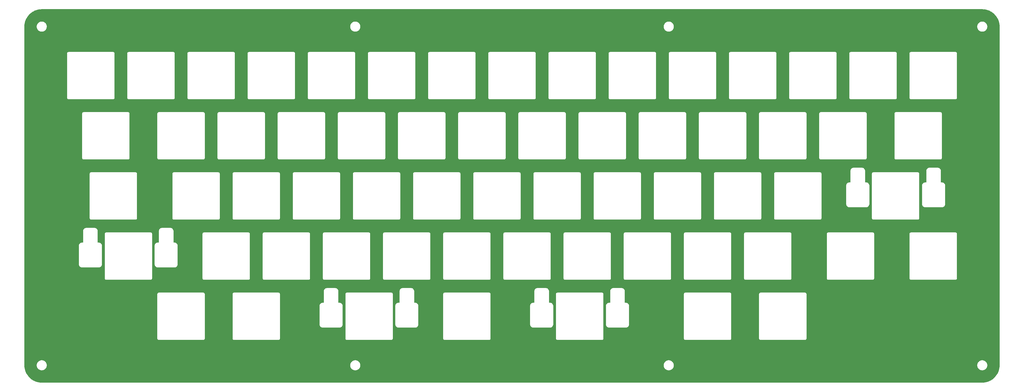
<source format=gbr>
%TF.GenerationSoftware,KiCad,Pcbnew,8.0.7*%
%TF.CreationDate,2025-01-18T14:51:30-06:00*%
%TF.ProjectId,top-plate,746f702d-706c-4617-9465-2e6b69636164,rev?*%
%TF.SameCoordinates,Original*%
%TF.FileFunction,Copper,L1,Top*%
%TF.FilePolarity,Positive*%
%FSLAX46Y46*%
G04 Gerber Fmt 4.6, Leading zero omitted, Abs format (unit mm)*
G04 Created by KiCad (PCBNEW 8.0.7) date 2025-01-18 14:51:30*
%MOMM*%
%LPD*%
G01*
G04 APERTURE LIST*
G04 APERTURE END LIST*
%TA.AperFunction,NonConductor*%
G36*
X316835395Y-14769098D02*
G01*
X317268858Y-14786621D01*
X317278321Y-14787367D01*
X317697916Y-14836676D01*
X317707631Y-14838212D01*
X318080340Y-14912431D01*
X318121282Y-14920584D01*
X318130718Y-14922849D01*
X318537583Y-15037565D01*
X318546792Y-15040556D01*
X318942695Y-15186550D01*
X318951724Y-15190291D01*
X319307494Y-15354429D01*
X319333700Y-15366519D01*
X319342511Y-15371019D01*
X319711240Y-15578271D01*
X319719201Y-15583149D01*
X320070648Y-15817130D01*
X320078738Y-15823000D01*
X320252979Y-15960512D01*
X320409744Y-16084231D01*
X320417121Y-16090537D01*
X320727252Y-16377381D01*
X320734089Y-16384218D01*
X321020942Y-16694370D01*
X321027248Y-16701747D01*
X321288480Y-17032768D01*
X321294353Y-17040861D01*
X321528350Y-17392283D01*
X321533235Y-17400255D01*
X321740479Y-17769007D01*
X321744974Y-17777809D01*
X321921213Y-18159772D01*
X321924961Y-18168820D01*
X322070933Y-18564657D01*
X322073940Y-18573913D01*
X322188646Y-18980786D01*
X322190910Y-18990213D01*
X322255773Y-19315905D01*
X322269805Y-19386363D01*
X322273289Y-19403854D01*
X322274830Y-19413603D01*
X322324128Y-19833139D01*
X322324874Y-19842608D01*
X322337110Y-20145722D01*
X322341827Y-20262582D01*
X322342413Y-20277085D01*
X322342514Y-20282087D01*
X322342514Y-127506905D01*
X322342413Y-127511905D01*
X322342336Y-127513810D01*
X322324874Y-127946385D01*
X322324128Y-127955854D01*
X322274831Y-128375386D01*
X322273290Y-128385135D01*
X322190910Y-128798778D01*
X322188646Y-128808204D01*
X322073940Y-129215083D01*
X322070933Y-129224340D01*
X321924964Y-129620164D01*
X321921216Y-129629212D01*
X321744964Y-130011201D01*
X321740469Y-130020002D01*
X321533234Y-130388740D01*
X321528349Y-130396713D01*
X321294355Y-130748128D01*
X321288482Y-130756220D01*
X321027253Y-131087242D01*
X321020947Y-131094620D01*
X320734089Y-131404777D01*
X320727252Y-131411614D01*
X320417121Y-131698459D01*
X320409744Y-131704765D01*
X320078751Y-131965985D01*
X320070648Y-131971865D01*
X319719211Y-132205835D01*
X319711252Y-132210712D01*
X319342505Y-132417978D01*
X319333692Y-132422478D01*
X318951726Y-132598697D01*
X318942684Y-132602443D01*
X318546821Y-132748425D01*
X318537568Y-132751431D01*
X318130714Y-132866143D01*
X318121281Y-132868408D01*
X317707641Y-132950779D01*
X317697897Y-132952320D01*
X317278981Y-133001550D01*
X317269253Y-133002306D01*
X316835806Y-133018906D01*
X316831061Y-133018997D01*
X19103941Y-133018997D01*
X19099206Y-133018907D01*
X18664693Y-133002303D01*
X18654955Y-133001545D01*
X18236111Y-132952321D01*
X18226366Y-132950781D01*
X17812714Y-132868406D01*
X17803283Y-132866141D01*
X17396425Y-132751432D01*
X17387170Y-132748426D01*
X16991308Y-132602439D01*
X16982266Y-132598693D01*
X16600306Y-132422474D01*
X16591497Y-132417975D01*
X16222740Y-132210715D01*
X16214785Y-132205842D01*
X15863347Y-131971854D01*
X15855271Y-131965993D01*
X15524253Y-131704757D01*
X15516878Y-131698453D01*
X15206731Y-131411611D01*
X15199890Y-131404770D01*
X14913039Y-131094612D01*
X14906735Y-131087237D01*
X14814868Y-130970829D01*
X14645497Y-130756212D01*
X14639641Y-130748143D01*
X14405648Y-130396708D01*
X14400783Y-130388768D01*
X14193510Y-130019980D01*
X14189027Y-130011201D01*
X14012794Y-129629212D01*
X14009051Y-129620178D01*
X13863068Y-129224327D01*
X13860062Y-129215070D01*
X13832525Y-129117399D01*
X13745352Y-128808204D01*
X13743090Y-128798785D01*
X13738273Y-128774598D01*
X13660715Y-128385131D01*
X13659176Y-128375387D01*
X13657333Y-128359701D01*
X13609873Y-127955860D01*
X13609127Y-127946396D01*
X13607250Y-127899877D01*
X13591667Y-127513579D01*
X17487202Y-127513579D01*
X17487206Y-127527582D01*
X17487329Y-127532708D01*
X17495192Y-127583002D01*
X17495968Y-127588889D01*
X17501418Y-127639542D01*
X17502611Y-127644459D01*
X17507861Y-127664040D01*
X17540537Y-127873046D01*
X17541865Y-127898488D01*
X17541796Y-127899841D01*
X17541797Y-127899852D01*
X17541797Y-127899856D01*
X17551942Y-127947241D01*
X17553200Y-127954043D01*
X17560684Y-128001906D01*
X17560685Y-128001912D01*
X17561232Y-128003146D01*
X17569100Y-128027380D01*
X17569386Y-128028715D01*
X17569387Y-128028718D01*
X17569388Y-128028720D01*
X17591446Y-128071853D01*
X17594423Y-128078099D01*
X17614045Y-128122407D01*
X17614890Y-128123454D01*
X17628771Y-128144840D01*
X17685415Y-128255603D01*
X17726292Y-128335534D01*
X17735287Y-128358912D01*
X17735609Y-128359688D01*
X17735610Y-128359690D01*
X17736165Y-128360651D01*
X17760610Y-128402992D01*
X17763622Y-128408530D01*
X17786391Y-128453051D01*
X17786394Y-128453054D01*
X17786875Y-128453753D01*
X17801013Y-128473180D01*
X17801504Y-128473820D01*
X17836849Y-128509163D01*
X17841196Y-128513736D01*
X17874718Y-128550855D01*
X17874720Y-128550856D01*
X17874721Y-128550857D01*
X17875388Y-128551426D01*
X17894838Y-128567151D01*
X17928780Y-128601092D01*
X18044348Y-128716658D01*
X18060073Y-128736105D01*
X18060644Y-128736775D01*
X18060647Y-128736780D01*
X18060650Y-128736783D01*
X18060653Y-128736786D01*
X18097767Y-128770303D01*
X18102341Y-128774650D01*
X18137685Y-128809995D01*
X18138401Y-128810545D01*
X18157733Y-128824611D01*
X18158448Y-128825104D01*
X18158449Y-128825104D01*
X18158451Y-128825106D01*
X18202979Y-128847877D01*
X18208472Y-128850864D01*
X18251818Y-128875890D01*
X18251820Y-128875890D01*
X18251823Y-128875892D01*
X18252623Y-128876224D01*
X18275977Y-128885209D01*
X18465971Y-128982370D01*
X18487593Y-128996441D01*
X18488049Y-128996811D01*
X18533009Y-129016852D01*
X18538951Y-129019692D01*
X18582783Y-129042107D01*
X18583353Y-129042229D01*
X18607888Y-129050228D01*
X18608411Y-129050461D01*
X18608416Y-129050463D01*
X18657054Y-129058187D01*
X18663497Y-129059388D01*
X18711646Y-129069698D01*
X18712230Y-129069668D01*
X18737991Y-129071041D01*
X18948649Y-129104499D01*
X18949071Y-129104566D01*
X18973958Y-129111228D01*
X18974587Y-129111469D01*
X19004166Y-129114551D01*
X19023446Y-129116560D01*
X19030047Y-129117427D01*
X19045972Y-129119956D01*
X19078570Y-129125134D01*
X19079229Y-129125064D01*
X19104999Y-129125059D01*
X19105661Y-129125128D01*
X19154194Y-129117396D01*
X19160775Y-129116529D01*
X19179716Y-129114546D01*
X19209638Y-129111415D01*
X19210256Y-129111177D01*
X19235143Y-129104501D01*
X19445099Y-129071057D01*
X19470910Y-129069675D01*
X19471354Y-129069698D01*
X19519660Y-129059354D01*
X19526029Y-129058165D01*
X19574805Y-129050397D01*
X19575199Y-129050220D01*
X19599793Y-129042198D01*
X19599909Y-129042172D01*
X19600217Y-129042107D01*
X19644160Y-129019633D01*
X19650072Y-129016805D01*
X19650368Y-129016673D01*
X19695148Y-128996689D01*
X19695454Y-128996441D01*
X19695485Y-128996416D01*
X19717155Y-128982305D01*
X19717396Y-128982182D01*
X19907024Y-128885206D01*
X19930381Y-128876221D01*
X19931179Y-128875890D01*
X19931182Y-128875890D01*
X19974497Y-128850881D01*
X19980027Y-128847873D01*
X20024549Y-128825106D01*
X20024550Y-128825104D01*
X20024552Y-128825104D01*
X20025320Y-128824574D01*
X20044573Y-128810564D01*
X20045311Y-128809998D01*
X20051778Y-128803531D01*
X20080678Y-128774630D01*
X20085233Y-128770301D01*
X20085259Y-128770278D01*
X20122353Y-128736780D01*
X20122353Y-128736779D01*
X20122943Y-128736087D01*
X20138652Y-128716657D01*
X20288159Y-128567152D01*
X20307605Y-128551431D01*
X20308283Y-128550854D01*
X20341792Y-128513748D01*
X20346142Y-128509171D01*
X20346725Y-128508588D01*
X20381497Y-128473818D01*
X20381498Y-128473815D01*
X20382060Y-128473084D01*
X20396093Y-128453798D01*
X20396602Y-128453057D01*
X20396609Y-128453051D01*
X20419377Y-128408530D01*
X20422388Y-128402993D01*
X20422801Y-128402278D01*
X20447390Y-128359690D01*
X20447391Y-128359684D01*
X20447745Y-128358831D01*
X20456709Y-128335528D01*
X20456967Y-128335024D01*
X20553811Y-128145653D01*
X20567919Y-128123987D01*
X20568196Y-128123647D01*
X20568749Y-128122408D01*
X20588311Y-128078574D01*
X20591137Y-128072667D01*
X20613612Y-128028720D01*
X20613703Y-128028292D01*
X20621725Y-128003701D01*
X20621903Y-128003304D01*
X20629670Y-127954537D01*
X20630869Y-127948120D01*
X20641202Y-127899863D01*
X20641202Y-127899860D01*
X20641203Y-127899856D01*
X20641180Y-127899414D01*
X20642562Y-127873602D01*
X20676008Y-127663639D01*
X20682686Y-127638748D01*
X20682689Y-127638741D01*
X20682922Y-127638133D01*
X20688040Y-127589223D01*
X20688903Y-127582683D01*
X20696634Y-127534156D01*
X20696565Y-127533494D01*
X20696570Y-127507724D01*
X20696640Y-127507065D01*
X20696639Y-127507059D01*
X116737360Y-127507059D01*
X116737360Y-127507060D01*
X116737363Y-127507084D01*
X116737428Y-127507708D01*
X116737432Y-127507741D01*
X116737437Y-127533475D01*
X116737366Y-127534152D01*
X116737366Y-127534157D01*
X116745094Y-127582673D01*
X116745964Y-127589267D01*
X116751078Y-127638130D01*
X116751318Y-127638754D01*
X116757992Y-127663638D01*
X116791309Y-127872792D01*
X116792575Y-127896990D01*
X116792696Y-127898556D01*
X116803072Y-127947638D01*
X116804209Y-127953777D01*
X116812098Y-128003300D01*
X116812540Y-128004789D01*
X116819446Y-128026053D01*
X116819949Y-128027478D01*
X116819952Y-128027485D01*
X116819953Y-128027487D01*
X116842497Y-128071853D01*
X116842676Y-128072205D01*
X116845363Y-128077841D01*
X116848433Y-128084719D01*
X116865804Y-128123643D01*
X116865809Y-128123653D01*
X116866635Y-128124999D01*
X116879821Y-128145306D01*
X116976224Y-128335023D01*
X116985451Y-128359101D01*
X116985606Y-128359681D01*
X116985607Y-128359684D01*
X117010214Y-128402306D01*
X117013370Y-128408128D01*
X117035091Y-128450872D01*
X117035651Y-128451974D01*
X117036051Y-128452419D01*
X117051195Y-128473286D01*
X117051500Y-128473814D01*
X117051502Y-128473816D01*
X117086274Y-128508588D01*
X117090834Y-128513398D01*
X117091169Y-128513771D01*
X117123723Y-128550006D01*
X117124228Y-128550335D01*
X117144259Y-128566573D01*
X117294344Y-128716657D01*
X117310088Y-128736129D01*
X117310642Y-128736778D01*
X117310646Y-128736784D01*
X117310649Y-128736786D01*
X117310651Y-128736789D01*
X117347774Y-128770314D01*
X117352349Y-128774662D01*
X117387679Y-128809993D01*
X117388411Y-128810555D01*
X117407725Y-128824608D01*
X117408444Y-128825103D01*
X117408451Y-128825109D01*
X117452969Y-128847874D01*
X117458507Y-128850886D01*
X117501808Y-128875887D01*
X117502628Y-128876227D01*
X117525972Y-128885206D01*
X117715979Y-128982372D01*
X117737602Y-128996445D01*
X117738049Y-128996808D01*
X117738050Y-128996808D01*
X117738051Y-128996809D01*
X117783026Y-129016856D01*
X117788969Y-129019698D01*
X117832790Y-129042108D01*
X117833349Y-129042227D01*
X117857888Y-129050226D01*
X117858419Y-129050463D01*
X117858422Y-129050463D01*
X117858424Y-129050464D01*
X117878082Y-129053585D01*
X117907024Y-129058182D01*
X117913507Y-129059389D01*
X117961654Y-129069698D01*
X117962232Y-129069668D01*
X117987992Y-129071041D01*
X118198934Y-129104544D01*
X118223875Y-129111228D01*
X118224361Y-129111415D01*
X118224360Y-129111415D01*
X118256801Y-129114810D01*
X118273364Y-129116544D01*
X118279895Y-129117403D01*
X118328568Y-129125134D01*
X118329083Y-129125079D01*
X118354903Y-129125079D01*
X118355429Y-129125134D01*
X118404104Y-129117402D01*
X118410618Y-129116546D01*
X118426588Y-129114874D01*
X118459636Y-129111416D01*
X118460116Y-129111231D01*
X118485063Y-129104544D01*
X118696424Y-129070975D01*
X118722023Y-129069594D01*
X118723023Y-129069644D01*
X118770750Y-129059358D01*
X118777390Y-129058117D01*
X118825585Y-129050463D01*
X118826500Y-129050054D01*
X118850868Y-129042093D01*
X118851850Y-129041882D01*
X118895277Y-129019599D01*
X118901384Y-129016676D01*
X118945953Y-128996811D01*
X118946737Y-128996174D01*
X118968211Y-128982180D01*
X118985979Y-128973064D01*
X119156705Y-128885470D01*
X119174897Y-128878480D01*
X119180225Y-128876285D01*
X119180231Y-128876284D01*
X119204594Y-128862283D01*
X119224516Y-128850836D01*
X119229677Y-128848031D01*
X119275102Y-128824726D01*
X119275109Y-128824718D01*
X119279914Y-128821397D01*
X119289826Y-128814190D01*
X119294486Y-128810630D01*
X119294494Y-128810626D01*
X119330700Y-128774567D01*
X119334908Y-128770571D01*
X119372789Y-128736271D01*
X119372793Y-128736264D01*
X119376539Y-128731853D01*
X119388774Y-128716730D01*
X119539378Y-128566745D01*
X119559226Y-128550689D01*
X119560276Y-128550006D01*
X119592729Y-128513880D01*
X119597452Y-128508908D01*
X119631867Y-128474636D01*
X119632492Y-128473558D01*
X119647517Y-128452898D01*
X119648349Y-128451973D01*
X119648354Y-128451965D01*
X119670349Y-128408676D01*
X119673627Y-128402644D01*
X119694200Y-128367180D01*
X119697992Y-128360645D01*
X119698248Y-128359700D01*
X119698318Y-128359438D01*
X119707479Y-128335605D01*
X119804179Y-128145303D01*
X119817348Y-128125021D01*
X119818189Y-128123653D01*
X119818192Y-128123649D01*
X119838647Y-128077812D01*
X119841309Y-128072230D01*
X119864046Y-128027487D01*
X119864048Y-128027478D01*
X119864573Y-128025993D01*
X119871436Y-128004862D01*
X119871897Y-128003310D01*
X119871900Y-128003305D01*
X119879796Y-127953725D01*
X119880915Y-127947685D01*
X119891303Y-127898552D01*
X119891302Y-127898543D01*
X119891426Y-127896961D01*
X119892689Y-127872789D01*
X119893394Y-127868363D01*
X119926006Y-127663636D01*
X119932680Y-127638754D01*
X119932920Y-127638131D01*
X119938037Y-127589231D01*
X119938905Y-127582661D01*
X119938907Y-127582653D01*
X119946632Y-127534158D01*
X119946563Y-127533495D01*
X119946569Y-127507719D01*
X119946570Y-127507708D01*
X119946638Y-127507063D01*
X119946637Y-127507059D01*
X215987360Y-127507059D01*
X215987360Y-127507060D01*
X215987363Y-127507084D01*
X215987428Y-127507708D01*
X215987432Y-127507741D01*
X215987437Y-127533475D01*
X215987366Y-127534152D01*
X215987366Y-127534157D01*
X215995094Y-127582673D01*
X215995964Y-127589267D01*
X216001078Y-127638130D01*
X216001318Y-127638754D01*
X216007992Y-127663638D01*
X216007993Y-127663642D01*
X216041307Y-127872782D01*
X216041308Y-127872785D01*
X216042572Y-127896960D01*
X216042695Y-127898548D01*
X216053069Y-127947622D01*
X216054206Y-127953759D01*
X216062098Y-128003305D01*
X216062550Y-128004826D01*
X216069426Y-128025992D01*
X216069948Y-128027473D01*
X216092668Y-128072188D01*
X216095353Y-128077820D01*
X216115804Y-128123644D01*
X216116628Y-128124985D01*
X216129817Y-128145303D01*
X216226511Y-128335605D01*
X216235667Y-128359420D01*
X216235997Y-128360642D01*
X216236001Y-128360651D01*
X216260357Y-128402637D01*
X216263640Y-128408676D01*
X216285636Y-128451965D01*
X216286479Y-128452904D01*
X216301496Y-128473552D01*
X216302128Y-128474643D01*
X216336518Y-128508890D01*
X216341261Y-128513883D01*
X216373707Y-128549999D01*
X216374765Y-128550688D01*
X216394612Y-128566743D01*
X216545143Y-128716651D01*
X216545219Y-128716727D01*
X216557462Y-128731857D01*
X216561207Y-128736267D01*
X216561210Y-128736271D01*
X216598806Y-128770314D01*
X216599063Y-128770546D01*
X216603324Y-128774593D01*
X216639512Y-128810631D01*
X216639514Y-128810632D01*
X216644159Y-128814181D01*
X216654114Y-128821418D01*
X216658896Y-128824725D01*
X216658897Y-128824726D01*
X216704349Y-128848045D01*
X216709484Y-128850836D01*
X216728771Y-128861918D01*
X216753775Y-128876287D01*
X216759105Y-128878482D01*
X216777297Y-128885473D01*
X216965790Y-128982182D01*
X216987260Y-128996174D01*
X216988046Y-128996811D01*
X217032607Y-129016673D01*
X217032614Y-129016676D01*
X217038737Y-129019609D01*
X217061563Y-129031320D01*
X217082144Y-129041880D01*
X217082148Y-129041882D01*
X217083126Y-129042092D01*
X217107498Y-129050055D01*
X217108414Y-129050464D01*
X217156656Y-129058125D01*
X217163234Y-129059355D01*
X217210975Y-129069644D01*
X217211973Y-129069594D01*
X217237572Y-129070975D01*
X217448939Y-129104544D01*
X217473884Y-129111229D01*
X217474370Y-129111416D01*
X217523410Y-129116548D01*
X217529914Y-129117404D01*
X217578579Y-129125134D01*
X217579094Y-129125079D01*
X217604913Y-129125079D01*
X217605439Y-129125134D01*
X217654106Y-129117403D01*
X217660649Y-129116543D01*
X217660802Y-129116527D01*
X217709647Y-129111415D01*
X217710136Y-129111227D01*
X217735068Y-129104545D01*
X217946014Y-129071040D01*
X217971775Y-129069667D01*
X217972362Y-129069697D01*
X217972367Y-129069696D01*
X217972368Y-129069696D01*
X218020494Y-129059391D01*
X218026993Y-129058179D01*
X218075588Y-129050462D01*
X218076118Y-129050225D01*
X218100654Y-129042227D01*
X218101225Y-129042105D01*
X218145050Y-129019692D01*
X218150991Y-129016851D01*
X218195956Y-128996809D01*
X218196404Y-128996445D01*
X218218029Y-128982369D01*
X218408016Y-128885209D01*
X218431298Y-128876253D01*
X218432162Y-128875895D01*
X218432161Y-128875895D01*
X218432166Y-128875894D01*
X218475495Y-128850878D01*
X218481020Y-128847874D01*
X218481036Y-128847866D01*
X218525548Y-128825103D01*
X218525549Y-128825101D01*
X218526370Y-128824536D01*
X218545518Y-128810601D01*
X218546293Y-128810007D01*
X218546297Y-128810005D01*
X218581673Y-128774630D01*
X218586224Y-128770305D01*
X218586229Y-128770301D01*
X218623343Y-128736784D01*
X218623350Y-128736778D01*
X218623950Y-128736073D01*
X218639648Y-128716658D01*
X218789742Y-128566574D01*
X218809778Y-128550333D01*
X218810290Y-128550000D01*
X218843172Y-128513398D01*
X218847702Y-128508617D01*
X218882496Y-128473827D01*
X218882799Y-128473301D01*
X218897954Y-128452419D01*
X218898355Y-128451973D01*
X218898361Y-128451966D01*
X218920643Y-128408111D01*
X218923791Y-128402306D01*
X218948392Y-128359700D01*
X218948549Y-128359111D01*
X218957776Y-128335030D01*
X219034590Y-128183856D01*
X219054180Y-128145304D01*
X219067345Y-128125028D01*
X219068186Y-128123656D01*
X219068192Y-128123649D01*
X219088644Y-128077820D01*
X219091313Y-128072221D01*
X219114049Y-128027478D01*
X219114051Y-128027466D01*
X219114591Y-128025939D01*
X219121442Y-128004845D01*
X219121897Y-128003311D01*
X219121900Y-128003305D01*
X219129795Y-127953734D01*
X219130927Y-127947630D01*
X219130929Y-127947622D01*
X219141304Y-127898543D01*
X219141303Y-127898535D01*
X219141428Y-127896931D01*
X219142690Y-127872785D01*
X219176006Y-127663638D01*
X219182683Y-127638749D01*
X219182686Y-127638741D01*
X219182920Y-127638131D01*
X219188037Y-127589231D01*
X219188905Y-127582661D01*
X219188907Y-127582653D01*
X219196632Y-127534158D01*
X219196563Y-127533495D01*
X219196568Y-127513810D01*
X315238205Y-127513810D01*
X315238209Y-127527425D01*
X315238335Y-127532675D01*
X315246204Y-127583023D01*
X315246979Y-127588898D01*
X315252433Y-127639574D01*
X315253675Y-127644691D01*
X315258866Y-127664046D01*
X315291528Y-127873043D01*
X315292855Y-127898485D01*
X315292784Y-127899868D01*
X315292785Y-127899877D01*
X315302921Y-127947211D01*
X315304182Y-127954026D01*
X315311661Y-128001878D01*
X315312222Y-128003144D01*
X315320090Y-128027380D01*
X315320379Y-128028731D01*
X315320380Y-128028735D01*
X315342434Y-128071857D01*
X315345408Y-128078096D01*
X315356891Y-128104031D01*
X315365017Y-128122383D01*
X315365883Y-128123456D01*
X315379757Y-128144832D01*
X315477029Y-128335023D01*
X315477295Y-128335542D01*
X315486274Y-128358879D01*
X315486612Y-128359696D01*
X315486614Y-128359700D01*
X315487160Y-128360645D01*
X315511618Y-128403008D01*
X315514629Y-128408542D01*
X315537404Y-128453071D01*
X315537888Y-128453772D01*
X315551958Y-128473108D01*
X315552511Y-128473829D01*
X315587882Y-128509197D01*
X315592229Y-128513771D01*
X315625729Y-128550864D01*
X315626405Y-128551440D01*
X315645851Y-128567163D01*
X315795355Y-128716657D01*
X315811052Y-128736068D01*
X315811647Y-128736767D01*
X315811648Y-128736768D01*
X315811664Y-128736782D01*
X315848765Y-128770290D01*
X315853331Y-128774630D01*
X315888709Y-128810005D01*
X315889472Y-128810590D01*
X315908652Y-128824547D01*
X315909450Y-128825098D01*
X315953989Y-128847877D01*
X315959508Y-128850878D01*
X316002828Y-128875887D01*
X316002842Y-128875895D01*
X316003746Y-128876269D01*
X316026983Y-128885207D01*
X316216961Y-128982369D01*
X316238573Y-128996433D01*
X316239041Y-128996813D01*
X316283886Y-129016802D01*
X316283958Y-129016834D01*
X316289934Y-129019690D01*
X316333755Y-129042102D01*
X316333756Y-129042102D01*
X316333758Y-129042103D01*
X316334341Y-129042228D01*
X316358861Y-129050221D01*
X316359408Y-129050465D01*
X316366988Y-129051668D01*
X316408009Y-129058182D01*
X316414486Y-129059389D01*
X316462618Y-129069697D01*
X316463224Y-129069666D01*
X316488974Y-129071040D01*
X316700091Y-129104567D01*
X316724979Y-129111231D01*
X316725603Y-129111470D01*
X316774523Y-129116566D01*
X316781035Y-129117422D01*
X316829589Y-129125134D01*
X316830247Y-129125064D01*
X316856025Y-129125060D01*
X316856678Y-129125128D01*
X316905231Y-129117392D01*
X316911789Y-129116528D01*
X316960657Y-129111414D01*
X316961270Y-129111178D01*
X316986160Y-129104500D01*
X317196102Y-129071057D01*
X317221913Y-129069675D01*
X317222352Y-129069698D01*
X317222362Y-129069696D01*
X317229531Y-129068160D01*
X317270645Y-129059357D01*
X317277048Y-129058162D01*
X317325810Y-129050396D01*
X317326207Y-129050218D01*
X317350791Y-129042198D01*
X317351216Y-129042108D01*
X317369170Y-129032925D01*
X317395159Y-129019636D01*
X317401082Y-129016802D01*
X317410960Y-129012393D01*
X317446153Y-128996688D01*
X317446491Y-128996413D01*
X317468151Y-128982307D01*
X317658048Y-128885198D01*
X317681411Y-128876213D01*
X317682203Y-128875885D01*
X317682206Y-128875882D01*
X317682210Y-128875882D01*
X317725546Y-128850859D01*
X317731013Y-128847885D01*
X317775555Y-128825109D01*
X317775563Y-128825102D01*
X317776273Y-128824613D01*
X317795639Y-128810521D01*
X317796330Y-128809989D01*
X317796337Y-128809986D01*
X317831711Y-128774608D01*
X317836245Y-128770301D01*
X317873360Y-128736784D01*
X317873364Y-128736778D01*
X317873918Y-128736128D01*
X317889661Y-128716655D01*
X318039151Y-128567155D01*
X318058483Y-128551527D01*
X318059258Y-128550867D01*
X318059257Y-128550867D01*
X318059260Y-128550866D01*
X318092803Y-128513725D01*
X318097127Y-128509177D01*
X318114678Y-128491625D01*
X318132500Y-128473802D01*
X318132503Y-128473795D01*
X318133128Y-128472983D01*
X318146998Y-128453921D01*
X318147585Y-128453070D01*
X318147590Y-128453065D01*
X318170378Y-128408506D01*
X318173358Y-128403025D01*
X318198389Y-128359671D01*
X318198389Y-128359668D01*
X318198391Y-128359666D01*
X318198768Y-128358755D01*
X318207703Y-128335528D01*
X318304818Y-128145643D01*
X318318918Y-128123989D01*
X318319210Y-128123630D01*
X318339328Y-128078543D01*
X318342141Y-128072667D01*
X318364610Y-128028736D01*
X318364706Y-128028285D01*
X318372726Y-128003702D01*
X318372913Y-128003284D01*
X318373132Y-128001912D01*
X318380668Y-127954583D01*
X318381868Y-127948145D01*
X318392206Y-127899873D01*
X318392182Y-127899410D01*
X318393563Y-127873603D01*
X318427001Y-127663636D01*
X318433678Y-127638748D01*
X318433907Y-127638152D01*
X318433910Y-127638129D01*
X318435103Y-127626722D01*
X318439026Y-127589257D01*
X318439887Y-127582716D01*
X318447625Y-127534136D01*
X318447559Y-127533502D01*
X318447564Y-127507713D01*
X318447631Y-127507084D01*
X318440765Y-127463843D01*
X318439923Y-127458540D01*
X318439056Y-127451949D01*
X318433960Y-127403062D01*
X318433730Y-127402461D01*
X318427066Y-127377571D01*
X318393547Y-127166478D01*
X318392175Y-127140730D01*
X318392206Y-127140127D01*
X318381899Y-127092004D01*
X318380688Y-127085497D01*
X318373494Y-127040187D01*
X318372978Y-127036935D01*
X318372729Y-127036377D01*
X318364736Y-127011854D01*
X318364613Y-127011278D01*
X318364610Y-127011264D01*
X318342192Y-126967432D01*
X318339368Y-126961526D01*
X318319330Y-126916565D01*
X318318939Y-126916082D01*
X318304882Y-126894480D01*
X318286439Y-126858420D01*
X318207705Y-126704478D01*
X318198794Y-126681309D01*
X318198393Y-126680340D01*
X318198392Y-126680336D01*
X318173363Y-126636981D01*
X318170370Y-126631477D01*
X318147592Y-126586937D01*
X318147032Y-126586125D01*
X318133113Y-126566997D01*
X318132507Y-126566208D01*
X318132505Y-126566204D01*
X318097108Y-126530803D01*
X318092792Y-126526261D01*
X318059260Y-126489134D01*
X318059259Y-126489133D01*
X318058492Y-126488480D01*
X318039155Y-126472845D01*
X317889663Y-126323339D01*
X317873908Y-126303852D01*
X317873363Y-126303212D01*
X317873360Y-126303209D01*
X317836244Y-126269691D01*
X317831691Y-126265362D01*
X317796346Y-126230015D01*
X317796345Y-126230014D01*
X317796342Y-126230011D01*
X317796337Y-126230008D01*
X317795693Y-126229514D01*
X317776193Y-126215323D01*
X317775556Y-126214885D01*
X317775555Y-126214884D01*
X317731057Y-126192128D01*
X317725513Y-126189112D01*
X317682217Y-126164113D01*
X317681487Y-126163811D01*
X317658051Y-126154794D01*
X317467350Y-126057273D01*
X317445965Y-126043394D01*
X317445933Y-126043368D01*
X317444916Y-126042548D01*
X317444914Y-126042547D01*
X317444913Y-126042546D01*
X317400589Y-126022916D01*
X317394345Y-126019940D01*
X317394245Y-126019889D01*
X317384370Y-126014839D01*
X317351217Y-125997885D01*
X317351215Y-125997884D01*
X317349895Y-125997602D01*
X317325660Y-125989734D01*
X317324420Y-125989185D01*
X317324418Y-125989184D01*
X317276533Y-125981697D01*
X317269731Y-125980438D01*
X317222350Y-125970294D01*
X317220997Y-125970363D01*
X317195547Y-125969035D01*
X317034374Y-125943835D01*
X316986558Y-125936359D01*
X316967025Y-125931120D01*
X316962060Y-125929915D01*
X316911418Y-125924466D01*
X316905531Y-125923690D01*
X316855231Y-125915826D01*
X316850140Y-125915703D01*
X316836102Y-125915699D01*
X316831032Y-125915820D01*
X316780712Y-125923662D01*
X316774830Y-125924435D01*
X316724194Y-125929860D01*
X316719239Y-125931060D01*
X316699694Y-125936291D01*
X316489520Y-125969052D01*
X316464128Y-125970372D01*
X316462624Y-125970295D01*
X316462615Y-125970296D01*
X316415372Y-125980413D01*
X316408533Y-125981677D01*
X316360796Y-125989119D01*
X316360795Y-125989119D01*
X316360791Y-125989120D01*
X316359410Y-125989731D01*
X316335239Y-125997573D01*
X316333756Y-125997890D01*
X316290743Y-126019887D01*
X316284448Y-126022885D01*
X316240276Y-126042424D01*
X316240275Y-126042425D01*
X316239095Y-126043376D01*
X316217773Y-126057207D01*
X316079190Y-126128083D01*
X316026981Y-126154785D01*
X316003671Y-126163754D01*
X316002832Y-126164102D01*
X315959508Y-126189113D01*
X315953977Y-126192121D01*
X315909451Y-126214893D01*
X315908710Y-126215404D01*
X315889405Y-126229452D01*
X315888705Y-126229989D01*
X315853319Y-126265373D01*
X315848756Y-126269709D01*
X315811651Y-126303221D01*
X315811026Y-126303955D01*
X315795360Y-126323330D01*
X315645844Y-126472841D01*
X315626403Y-126488561D01*
X315625730Y-126489134D01*
X315592220Y-126526238D01*
X315587877Y-126530807D01*
X315552507Y-126566176D01*
X315551981Y-126566861D01*
X315537875Y-126586246D01*
X315537403Y-126586930D01*
X315514627Y-126631461D01*
X315511618Y-126636992D01*
X315490502Y-126673567D01*
X315487156Y-126679364D01*
X315486610Y-126680309D01*
X315486264Y-126681144D01*
X315477293Y-126704460D01*
X315379691Y-126895295D01*
X315365861Y-126916617D01*
X315364901Y-126917808D01*
X315364896Y-126917816D01*
X315345365Y-126961977D01*
X315342362Y-126968281D01*
X315320382Y-127011260D01*
X315320379Y-127011268D01*
X315320058Y-127012767D01*
X315312220Y-127036931D01*
X315311600Y-127038331D01*
X315311599Y-127038334D01*
X315304166Y-127086035D01*
X315302896Y-127092904D01*
X315292785Y-127140121D01*
X315292784Y-127140134D01*
X315292862Y-127141661D01*
X315291543Y-127167046D01*
X315258803Y-127377157D01*
X315253613Y-127396546D01*
X315252380Y-127401634D01*
X315246946Y-127452331D01*
X315246174Y-127458203D01*
X315238330Y-127508546D01*
X315238205Y-127513810D01*
X219196568Y-127513810D01*
X219196569Y-127507719D01*
X219196570Y-127507708D01*
X219196638Y-127507063D01*
X219188928Y-127458521D01*
X219188064Y-127451942D01*
X219182973Y-127403087D01*
X219182973Y-127403084D01*
X219182972Y-127403082D01*
X219182732Y-127402454D01*
X219176070Y-127377568D01*
X219176070Y-127377567D01*
X219142672Y-127167294D01*
X219141381Y-127142466D01*
X219141303Y-127141462D01*
X219141304Y-127141457D01*
X219131042Y-127092911D01*
X219130956Y-127092504D01*
X219129810Y-127086309D01*
X219129770Y-127086056D01*
X219121965Y-127036914D01*
X219121962Y-127036908D01*
X219121668Y-127035916D01*
X219114394Y-127013498D01*
X219114052Y-127012530D01*
X219114049Y-127012525D01*
X219114049Y-127012522D01*
X219091376Y-126967902D01*
X219088678Y-126962238D01*
X219088676Y-126962234D01*
X219068312Y-126916546D01*
X219068311Y-126916545D01*
X219068311Y-126916544D01*
X219067812Y-126915731D01*
X219054242Y-126894819D01*
X218957780Y-126704976D01*
X218948553Y-126680898D01*
X218948395Y-126680307D01*
X218947848Y-126679360D01*
X218923799Y-126637707D01*
X218920637Y-126631875D01*
X218898361Y-126588033D01*
X218897949Y-126587575D01*
X218882807Y-126566709D01*
X218882501Y-126566179D01*
X218882499Y-126566177D01*
X218882498Y-126566175D01*
X218847729Y-126531408D01*
X218843165Y-126526594D01*
X218810288Y-126489998D01*
X218809773Y-126489663D01*
X218789746Y-126473427D01*
X218639646Y-126323332D01*
X218623956Y-126303925D01*
X218623358Y-126303223D01*
X218623352Y-126303218D01*
X218623352Y-126303217D01*
X218586212Y-126269676D01*
X218581671Y-126265359D01*
X218546303Y-126229992D01*
X218546301Y-126229991D01*
X218545576Y-126229434D01*
X218526329Y-126215429D01*
X218525550Y-126214891D01*
X218525548Y-126214890D01*
X218525545Y-126214888D01*
X218525543Y-126214887D01*
X218481013Y-126192113D01*
X218475477Y-126189102D01*
X218432175Y-126164103D01*
X218431328Y-126163752D01*
X218408022Y-126154785D01*
X218217222Y-126057207D01*
X218195887Y-126043368D01*
X218194721Y-126042428D01*
X218150545Y-126022889D01*
X218144247Y-126019889D01*
X218101227Y-125997889D01*
X218101226Y-125997888D01*
X218101225Y-125997888D01*
X218099759Y-125997574D01*
X218075566Y-125989725D01*
X218074345Y-125989185D01*
X218074198Y-125989120D01*
X218026471Y-125981680D01*
X218019612Y-125980412D01*
X217972364Y-125970296D01*
X217972357Y-125970295D01*
X217970862Y-125970372D01*
X217945462Y-125969052D01*
X217735477Y-125936317D01*
X217716651Y-125931273D01*
X217711050Y-125929914D01*
X217660241Y-125924447D01*
X217654414Y-125923680D01*
X217646502Y-125922447D01*
X217603990Y-125915820D01*
X217598259Y-125915684D01*
X217585735Y-125915684D01*
X217580019Y-125915820D01*
X217529577Y-125923683D01*
X217523741Y-125924452D01*
X217472964Y-125929914D01*
X217467367Y-125931272D01*
X217448542Y-125936315D01*
X217238126Y-125969116D01*
X217212889Y-125970443D01*
X217210975Y-125970349D01*
X217210974Y-125970349D01*
X217210973Y-125970349D01*
X217164138Y-125980441D01*
X217157118Y-125981743D01*
X217109802Y-125989119D01*
X217109798Y-125989120D01*
X217108035Y-125989900D01*
X217084027Y-125997706D01*
X217082146Y-125998111D01*
X217039545Y-126019968D01*
X217033103Y-126023042D01*
X216989278Y-126042427D01*
X216989269Y-126042432D01*
X216987773Y-126043638D01*
X216966593Y-126057396D01*
X216777287Y-126154523D01*
X216759077Y-126161522D01*
X216753766Y-126163710D01*
X216709491Y-126189150D01*
X216704323Y-126191959D01*
X216658891Y-126215270D01*
X216654177Y-126218529D01*
X216644061Y-126225883D01*
X216639507Y-126229364D01*
X216603323Y-126265399D01*
X216599055Y-126269452D01*
X216561212Y-126303719D01*
X216557485Y-126308107D01*
X216545222Y-126323261D01*
X216394611Y-126473256D01*
X216374764Y-126489313D01*
X216373704Y-126490002D01*
X216341254Y-126526123D01*
X216336515Y-126531112D01*
X216302126Y-126565360D01*
X216302124Y-126565363D01*
X216301487Y-126566462D01*
X216286491Y-126587081D01*
X216285640Y-126588028D01*
X216285639Y-126588029D01*
X216263645Y-126631314D01*
X216260358Y-126637360D01*
X216236000Y-126679351D01*
X216235994Y-126679363D01*
X216235665Y-126680584D01*
X216226509Y-126704398D01*
X216129755Y-126894820D01*
X216116175Y-126915749D01*
X216115688Y-126916542D01*
X216095312Y-126962254D01*
X216092604Y-126967937D01*
X216069949Y-127012523D01*
X216069629Y-127013432D01*
X216062304Y-127036003D01*
X216062033Y-127036916D01*
X216054184Y-127086324D01*
X216053040Y-127092510D01*
X216042695Y-127141453D01*
X216042618Y-127142447D01*
X216041324Y-127167300D01*
X216007926Y-127377574D01*
X216001270Y-127402443D01*
X216001026Y-127403080D01*
X216001025Y-127403081D01*
X215995932Y-127451955D01*
X215995065Y-127458550D01*
X215987360Y-127507059D01*
X119946637Y-127507059D01*
X119938928Y-127458521D01*
X119938064Y-127451942D01*
X119932973Y-127403087D01*
X119932973Y-127403084D01*
X119932972Y-127403082D01*
X119932732Y-127402454D01*
X119926070Y-127377568D01*
X119926070Y-127377567D01*
X119892671Y-127167289D01*
X119891379Y-127142438D01*
X119891302Y-127141453D01*
X119891303Y-127141448D01*
X119880958Y-127092513D01*
X119880956Y-127092502D01*
X119879810Y-127086307D01*
X119879259Y-127082844D01*
X119871965Y-127036914D01*
X119871962Y-127036909D01*
X119871698Y-127036017D01*
X119864367Y-127013424D01*
X119864045Y-127012511D01*
X119841379Y-126967904D01*
X119838668Y-126962215D01*
X119822998Y-126927059D01*
X119818312Y-126916546D01*
X119818309Y-126916542D01*
X119817830Y-126915760D01*
X119804243Y-126894821D01*
X119707775Y-126704976D01*
X119707479Y-126704393D01*
X119698319Y-126680561D01*
X119697996Y-126679364D01*
X119697991Y-126679356D01*
X119673639Y-126637376D01*
X119670359Y-126631344D01*
X119648349Y-126588027D01*
X119648346Y-126588024D01*
X119648346Y-126588023D01*
X119647507Y-126587089D01*
X119632497Y-126566448D01*
X119631873Y-126565373D01*
X119631872Y-126565371D01*
X119597476Y-126531115D01*
X119592737Y-126526125D01*
X119560280Y-126489997D01*
X119560278Y-126489996D01*
X119560277Y-126489995D01*
X119560276Y-126489994D01*
X119559229Y-126489312D01*
X119539375Y-126473251D01*
X119538963Y-126472841D01*
X119388778Y-126323266D01*
X119376514Y-126308109D01*
X119372790Y-126303724D01*
X119372789Y-126303722D01*
X119334920Y-126269431D01*
X119330658Y-126265383D01*
X119294499Y-126229370D01*
X119289957Y-126225900D01*
X119279806Y-126218518D01*
X119275103Y-126215267D01*
X119229680Y-126191962D01*
X119224504Y-126189149D01*
X119180236Y-126163711D01*
X119174985Y-126161548D01*
X119156714Y-126154525D01*
X118967403Y-126057396D01*
X118946212Y-126043630D01*
X118944869Y-126042548D01*
X118944720Y-126042428D01*
X118944717Y-126042427D01*
X118944715Y-126042425D01*
X118900916Y-126023053D01*
X118894471Y-126019978D01*
X118851850Y-125998111D01*
X118849980Y-125997708D01*
X118825944Y-125989893D01*
X118824200Y-125989121D01*
X118776872Y-125981743D01*
X118769852Y-125980440D01*
X118723024Y-125970348D01*
X118721106Y-125970444D01*
X118695869Y-125969116D01*
X118695458Y-125969052D01*
X118485458Y-125936315D01*
X118466651Y-125931276D01*
X118461040Y-125929914D01*
X118410288Y-125924454D01*
X118404457Y-125923687D01*
X118353982Y-125915819D01*
X118348302Y-125915685D01*
X118335734Y-125915685D01*
X118330014Y-125915820D01*
X118286129Y-125922661D01*
X118279584Y-125923681D01*
X118273756Y-125924448D01*
X118222960Y-125929913D01*
X118217388Y-125931265D01*
X118198536Y-125936315D01*
X117988549Y-125969050D01*
X117963157Y-125970370D01*
X117961659Y-125970293D01*
X117961659Y-125970294D01*
X117961654Y-125970295D01*
X117960958Y-125970444D01*
X117914411Y-125980409D01*
X117907557Y-125981676D01*
X117868094Y-125987828D01*
X117859812Y-125989120D01*
X117859799Y-125989122D01*
X117859794Y-125989124D01*
X117858417Y-125989733D01*
X117834261Y-125997569D01*
X117832790Y-125997883D01*
X117832790Y-125997884D01*
X117789764Y-126019885D01*
X117783474Y-126022882D01*
X117739281Y-126042430D01*
X117739280Y-126042430D01*
X117738115Y-126043370D01*
X117716777Y-126057211D01*
X117525965Y-126154788D01*
X117502558Y-126163794D01*
X117501804Y-126164107D01*
X117458508Y-126189104D01*
X117452968Y-126192117D01*
X117408451Y-126214884D01*
X117408449Y-126214885D01*
X117407767Y-126215355D01*
X117388357Y-126229480D01*
X117387671Y-126230006D01*
X117352327Y-126265350D01*
X117347756Y-126269694D01*
X117310644Y-126303209D01*
X117310131Y-126303811D01*
X117294348Y-126323329D01*
X117144258Y-126473425D01*
X117124232Y-126489662D01*
X117123725Y-126489991D01*
X117090835Y-126526599D01*
X117086283Y-126531401D01*
X117051496Y-126566192D01*
X117051492Y-126566197D01*
X117051188Y-126566724D01*
X117036065Y-126587563D01*
X117035657Y-126588016D01*
X117035650Y-126588027D01*
X117013363Y-126631886D01*
X117010205Y-126637709D01*
X116985605Y-126680319D01*
X116985604Y-126680320D01*
X116985448Y-126680905D01*
X116976222Y-126704978D01*
X116879755Y-126894821D01*
X116866164Y-126915768D01*
X116865684Y-126916551D01*
X116845320Y-126962234D01*
X116842612Y-126967918D01*
X116819952Y-127012514D01*
X116819668Y-127013319D01*
X116812280Y-127036081D01*
X116812033Y-127036914D01*
X116804184Y-127086325D01*
X116803039Y-127092513D01*
X116792696Y-127141440D01*
X116792624Y-127142379D01*
X116791325Y-127167293D01*
X116757926Y-127377574D01*
X116751270Y-127402443D01*
X116751026Y-127403080D01*
X116751025Y-127403081D01*
X116745932Y-127451955D01*
X116745065Y-127458550D01*
X116737360Y-127507059D01*
X20696639Y-127507059D01*
X20688928Y-127458512D01*
X20688071Y-127451991D01*
X20682975Y-127403082D01*
X20682736Y-127402457D01*
X20676072Y-127377568D01*
X20676072Y-127377567D01*
X20642546Y-127166484D01*
X20641173Y-127140724D01*
X20641203Y-127140144D01*
X20630898Y-127092017D01*
X20629687Y-127085513D01*
X20621969Y-127036916D01*
X20621730Y-127036380D01*
X20613731Y-127011839D01*
X20613612Y-127011280D01*
X20591446Y-126967937D01*
X20591200Y-126967455D01*
X20588343Y-126961479D01*
X20568318Y-126916554D01*
X20568316Y-126916551D01*
X20568315Y-126916548D01*
X20567944Y-126916090D01*
X20553877Y-126894475D01*
X20456704Y-126704460D01*
X20447749Y-126681179D01*
X20447394Y-126680321D01*
X20447393Y-126680317D01*
X20422377Y-126636987D01*
X20419384Y-126631483D01*
X20396611Y-126586952D01*
X20396097Y-126586207D01*
X20382056Y-126566909D01*
X20381499Y-126566184D01*
X20346148Y-126530834D01*
X20341801Y-126526261D01*
X20309051Y-126489997D01*
X20308282Y-126489145D01*
X20308281Y-126489144D01*
X20307587Y-126488554D01*
X20288165Y-126472850D01*
X20138648Y-126323331D01*
X20122947Y-126303912D01*
X20122350Y-126303210D01*
X20085250Y-126269706D01*
X20080677Y-126265359D01*
X20045320Y-126230001D01*
X20044614Y-126229459D01*
X20025277Y-126215388D01*
X20024551Y-126214887D01*
X19990884Y-126197670D01*
X19980033Y-126192121D01*
X19974510Y-126189117D01*
X19931189Y-126164106D01*
X19930420Y-126163787D01*
X19907030Y-126154787D01*
X19716345Y-126057272D01*
X19694963Y-126043395D01*
X19693910Y-126042546D01*
X19649605Y-126022925D01*
X19643358Y-126019948D01*
X19600217Y-125997886D01*
X19600215Y-125997885D01*
X19600212Y-125997884D01*
X19600213Y-125997884D01*
X19598881Y-125997599D01*
X19574664Y-125989737D01*
X19573426Y-125989189D01*
X19573418Y-125989186D01*
X19573414Y-125989185D01*
X19573005Y-125989121D01*
X19525546Y-125981700D01*
X19518741Y-125980441D01*
X19518736Y-125980440D01*
X19471354Y-125970295D01*
X19471340Y-125970294D01*
X19469987Y-125970363D01*
X19444544Y-125969035D01*
X19235541Y-125936358D01*
X19215959Y-125931107D01*
X19211044Y-125929914D01*
X19160411Y-125924467D01*
X19154524Y-125923691D01*
X19104215Y-125915826D01*
X19099174Y-125915704D01*
X19085050Y-125915701D01*
X19080014Y-125915821D01*
X19029711Y-125923661D01*
X19023826Y-125924434D01*
X18973181Y-125929860D01*
X18968285Y-125931045D01*
X18948674Y-125936294D01*
X18738545Y-125969051D01*
X18713145Y-125970371D01*
X18711650Y-125970294D01*
X18711648Y-125970295D01*
X18711647Y-125970295D01*
X18711646Y-125970295D01*
X18694439Y-125973978D01*
X18664386Y-125980413D01*
X18657529Y-125981680D01*
X18609805Y-125989119D01*
X18608659Y-125989626D01*
X18608429Y-125989728D01*
X18584256Y-125997570D01*
X18582790Y-125997884D01*
X18582780Y-125997887D01*
X18539758Y-126019887D01*
X18533465Y-126022885D01*
X18489285Y-126042427D01*
X18489281Y-126042429D01*
X18488118Y-126043367D01*
X18466781Y-126057207D01*
X18275968Y-126154787D01*
X18252607Y-126163776D01*
X18251810Y-126164106D01*
X18208502Y-126189109D01*
X18202968Y-126192119D01*
X18158455Y-126214884D01*
X18157734Y-126215381D01*
X18138312Y-126229515D01*
X18137680Y-126230000D01*
X18102320Y-126265361D01*
X18097749Y-126269706D01*
X18060644Y-126303215D01*
X18060083Y-126303874D01*
X18044352Y-126323330D01*
X17894831Y-126472852D01*
X17875376Y-126488583D01*
X17874718Y-126489143D01*
X17841196Y-126526262D01*
X17836854Y-126530830D01*
X17801498Y-126566187D01*
X17801019Y-126566811D01*
X17786855Y-126586275D01*
X17786390Y-126586949D01*
X17763611Y-126631489D01*
X17760601Y-126637022D01*
X17735607Y-126680314D01*
X17735263Y-126681144D01*
X17726290Y-126704469D01*
X17628710Y-126895280D01*
X17614870Y-126916616D01*
X17613930Y-126917781D01*
X17613930Y-126917782D01*
X17613929Y-126917783D01*
X17613929Y-126917784D01*
X17613915Y-126917816D01*
X17594381Y-126961977D01*
X17591382Y-126968271D01*
X17569386Y-127011284D01*
X17569073Y-127012746D01*
X17561231Y-127036924D01*
X17560622Y-127038300D01*
X17560621Y-127038302D01*
X17553176Y-127086056D01*
X17551908Y-127092911D01*
X17541796Y-127140140D01*
X17541873Y-127141637D01*
X17540553Y-127167039D01*
X17507797Y-127377168D01*
X17502563Y-127396721D01*
X17501366Y-127401664D01*
X17501365Y-127401667D01*
X17501365Y-127401669D01*
X17496296Y-127448986D01*
X17495940Y-127452314D01*
X17495165Y-127458204D01*
X17487323Y-127508510D01*
X17487202Y-127513579D01*
X13591667Y-127513579D01*
X13591600Y-127511907D01*
X13591499Y-127506912D01*
X13591499Y-127458203D01*
X13591709Y-104928603D01*
X55691502Y-104928603D01*
X55691502Y-119060386D01*
X55725610Y-119187682D01*
X55758556Y-119244745D01*
X55791502Y-119301809D01*
X55884688Y-119394995D01*
X55998816Y-119460887D01*
X56126110Y-119494995D01*
X56126112Y-119494995D01*
X70257892Y-119494995D01*
X70257894Y-119494995D01*
X70385188Y-119460887D01*
X70499316Y-119394995D01*
X70592502Y-119301809D01*
X70658394Y-119187681D01*
X70692502Y-119060387D01*
X70692502Y-104928603D01*
X79503502Y-104928603D01*
X79503502Y-119060386D01*
X79537610Y-119187682D01*
X79570556Y-119244745D01*
X79603502Y-119301809D01*
X79696688Y-119394995D01*
X79810816Y-119460887D01*
X79938110Y-119494995D01*
X79938112Y-119494995D01*
X94069892Y-119494995D01*
X94069894Y-119494995D01*
X94197188Y-119460887D01*
X94311316Y-119394995D01*
X94404502Y-119301809D01*
X94470394Y-119187681D01*
X94504502Y-119060387D01*
X94504502Y-108626465D01*
X107031500Y-108626465D01*
X107031500Y-114651534D01*
X107061898Y-114823937D01*
X107121775Y-114988446D01*
X107209309Y-115140057D01*
X107321836Y-115274163D01*
X107455942Y-115386690D01*
X107455943Y-115386691D01*
X107455945Y-115386692D01*
X107607555Y-115474225D01*
X107772062Y-115534101D01*
X107944468Y-115564500D01*
X107944472Y-115564500D01*
X113419528Y-115564500D01*
X113419532Y-115564500D01*
X113591938Y-115534101D01*
X113756445Y-115474225D01*
X113908055Y-115386692D01*
X114042163Y-115274163D01*
X114154692Y-115140055D01*
X114242225Y-114988445D01*
X114302101Y-114823938D01*
X114332500Y-114651532D01*
X114332500Y-114564000D01*
X114332500Y-114498108D01*
X114332500Y-108648108D01*
X114332500Y-108626468D01*
X114302101Y-108454062D01*
X114242225Y-108289555D01*
X114154692Y-108137945D01*
X114154691Y-108137943D01*
X114154690Y-108137942D01*
X114042163Y-108003836D01*
X113908057Y-107891309D01*
X113756446Y-107803775D01*
X113591937Y-107743898D01*
X113419534Y-107713500D01*
X113419532Y-107713500D01*
X113397892Y-107713500D01*
X113106500Y-107713500D01*
X113039461Y-107693815D01*
X112993706Y-107641011D01*
X112982500Y-107589500D01*
X112982500Y-104928603D01*
X115222504Y-104928603D01*
X115222504Y-119060386D01*
X115256612Y-119187682D01*
X115289558Y-119244745D01*
X115322504Y-119301809D01*
X115415690Y-119394995D01*
X115529818Y-119460887D01*
X115657112Y-119494995D01*
X115657114Y-119494995D01*
X129788894Y-119494995D01*
X129788896Y-119494995D01*
X129916190Y-119460887D01*
X130030318Y-119394995D01*
X130123504Y-119301809D01*
X130189396Y-119187681D01*
X130223504Y-119060387D01*
X130223504Y-108626465D01*
X131031500Y-108626465D01*
X131031500Y-114651534D01*
X131061898Y-114823937D01*
X131121775Y-114988446D01*
X131209309Y-115140057D01*
X131321836Y-115274163D01*
X131455942Y-115386690D01*
X131455943Y-115386691D01*
X131455945Y-115386692D01*
X131607555Y-115474225D01*
X131772062Y-115534101D01*
X131944468Y-115564500D01*
X131944472Y-115564500D01*
X137419528Y-115564500D01*
X137419532Y-115564500D01*
X137591938Y-115534101D01*
X137756445Y-115474225D01*
X137908055Y-115386692D01*
X138042163Y-115274163D01*
X138154692Y-115140055D01*
X138242225Y-114988445D01*
X138302101Y-114823938D01*
X138332500Y-114651532D01*
X138332500Y-114564000D01*
X138332500Y-114498108D01*
X138332500Y-108648108D01*
X138332500Y-108626468D01*
X138302101Y-108454062D01*
X138242225Y-108289555D01*
X138154692Y-108137945D01*
X138154691Y-108137943D01*
X138154690Y-108137942D01*
X138042163Y-108003836D01*
X137908057Y-107891309D01*
X137756446Y-107803775D01*
X137591937Y-107743898D01*
X137419534Y-107713500D01*
X137419532Y-107713500D01*
X137397892Y-107713500D01*
X137106500Y-107713500D01*
X137039461Y-107693815D01*
X136993706Y-107641011D01*
X136982500Y-107589500D01*
X136982500Y-104928603D01*
X146178497Y-104928603D01*
X146178497Y-119060386D01*
X146212605Y-119187682D01*
X146245551Y-119244745D01*
X146278497Y-119301809D01*
X146371683Y-119394995D01*
X146485811Y-119460887D01*
X146613105Y-119494995D01*
X146613107Y-119494995D01*
X160744887Y-119494995D01*
X160744889Y-119494995D01*
X160872183Y-119460887D01*
X160986311Y-119394995D01*
X161079497Y-119301809D01*
X161145389Y-119187681D01*
X161179497Y-119060387D01*
X161179497Y-108626465D01*
X173706500Y-108626465D01*
X173706500Y-114651534D01*
X173736898Y-114823937D01*
X173796775Y-114988446D01*
X173884309Y-115140057D01*
X173996836Y-115274163D01*
X174130942Y-115386690D01*
X174130943Y-115386691D01*
X174130945Y-115386692D01*
X174282555Y-115474225D01*
X174447062Y-115534101D01*
X174619468Y-115564500D01*
X174619472Y-115564500D01*
X180094528Y-115564500D01*
X180094532Y-115564500D01*
X180266938Y-115534101D01*
X180431445Y-115474225D01*
X180583055Y-115386692D01*
X180717163Y-115274163D01*
X180829692Y-115140055D01*
X180917225Y-114988445D01*
X180977101Y-114823938D01*
X181007500Y-114651532D01*
X181007500Y-114564000D01*
X181007500Y-114498108D01*
X181007500Y-108648108D01*
X181007500Y-108626468D01*
X180977101Y-108454062D01*
X180917225Y-108289555D01*
X180829692Y-108137945D01*
X180829691Y-108137943D01*
X180829690Y-108137942D01*
X180717163Y-108003836D01*
X180583057Y-107891309D01*
X180431446Y-107803775D01*
X180266937Y-107743898D01*
X180094534Y-107713500D01*
X180094532Y-107713500D01*
X180072892Y-107713500D01*
X179781500Y-107713500D01*
X179714461Y-107693815D01*
X179668706Y-107641011D01*
X179657500Y-107589500D01*
X179657500Y-104928603D01*
X181897507Y-104928603D01*
X181897507Y-119060386D01*
X181931615Y-119187682D01*
X181964561Y-119244745D01*
X181997507Y-119301809D01*
X182090693Y-119394995D01*
X182204821Y-119460887D01*
X182332115Y-119494995D01*
X182332117Y-119494995D01*
X196463897Y-119494995D01*
X196463899Y-119494995D01*
X196591193Y-119460887D01*
X196705321Y-119394995D01*
X196798507Y-119301809D01*
X196864399Y-119187681D01*
X196898507Y-119060387D01*
X196898507Y-108626465D01*
X197706500Y-108626465D01*
X197706500Y-114651534D01*
X197736898Y-114823937D01*
X197796775Y-114988446D01*
X197884309Y-115140057D01*
X197996836Y-115274163D01*
X198130942Y-115386690D01*
X198130943Y-115386691D01*
X198130945Y-115386692D01*
X198282555Y-115474225D01*
X198447062Y-115534101D01*
X198619468Y-115564500D01*
X198619472Y-115564500D01*
X204094528Y-115564500D01*
X204094532Y-115564500D01*
X204266938Y-115534101D01*
X204431445Y-115474225D01*
X204583055Y-115386692D01*
X204717163Y-115274163D01*
X204829692Y-115140055D01*
X204917225Y-114988445D01*
X204977101Y-114823938D01*
X205007500Y-114651532D01*
X205007500Y-114564000D01*
X205007500Y-114498108D01*
X205007500Y-108648108D01*
X205007500Y-108626468D01*
X204977101Y-108454062D01*
X204917225Y-108289555D01*
X204829692Y-108137945D01*
X204829691Y-108137943D01*
X204829690Y-108137942D01*
X204717163Y-108003836D01*
X204583057Y-107891309D01*
X204431446Y-107803775D01*
X204266937Y-107743898D01*
X204094534Y-107713500D01*
X204094532Y-107713500D01*
X204072892Y-107713500D01*
X203781500Y-107713500D01*
X203714461Y-107693815D01*
X203668706Y-107641011D01*
X203657500Y-107589500D01*
X203657500Y-104928603D01*
X222378494Y-104928603D01*
X222378494Y-119060386D01*
X222412602Y-119187682D01*
X222445548Y-119244745D01*
X222478494Y-119301809D01*
X222571680Y-119394995D01*
X222685808Y-119460887D01*
X222813102Y-119494995D01*
X222813104Y-119494995D01*
X236944884Y-119494995D01*
X236944886Y-119494995D01*
X237072180Y-119460887D01*
X237186308Y-119394995D01*
X237279494Y-119301809D01*
X237345386Y-119187681D01*
X237379494Y-119060387D01*
X237379494Y-104928603D01*
X246191498Y-104928603D01*
X246191498Y-119060386D01*
X246225606Y-119187682D01*
X246258552Y-119244745D01*
X246291498Y-119301809D01*
X246384684Y-119394995D01*
X246498812Y-119460887D01*
X246626106Y-119494995D01*
X246626108Y-119494995D01*
X260757888Y-119494995D01*
X260757890Y-119494995D01*
X260885184Y-119460887D01*
X260999312Y-119394995D01*
X261092498Y-119301809D01*
X261158390Y-119187681D01*
X261192498Y-119060387D01*
X261192498Y-104928603D01*
X261158390Y-104801309D01*
X261092498Y-104687181D01*
X260999312Y-104593995D01*
X260942248Y-104561049D01*
X260885185Y-104528103D01*
X260821537Y-104511049D01*
X260757890Y-104493995D01*
X246757890Y-104493995D01*
X246626106Y-104493995D01*
X246498810Y-104528103D01*
X246384684Y-104593995D01*
X246384681Y-104593997D01*
X246291500Y-104687178D01*
X246291498Y-104687181D01*
X246225606Y-104801307D01*
X246191498Y-104928603D01*
X237379494Y-104928603D01*
X237345386Y-104801309D01*
X237279494Y-104687181D01*
X237186308Y-104593995D01*
X237129244Y-104561049D01*
X237072181Y-104528103D01*
X237008533Y-104511049D01*
X236944886Y-104493995D01*
X222944886Y-104493995D01*
X222813102Y-104493995D01*
X222685806Y-104528103D01*
X222571680Y-104593995D01*
X222571677Y-104593997D01*
X222478496Y-104687178D01*
X222478494Y-104687181D01*
X222412602Y-104801307D01*
X222378494Y-104928603D01*
X203657500Y-104928603D01*
X203657500Y-103976472D01*
X203657500Y-103976468D01*
X203627101Y-103804062D01*
X203567225Y-103639555D01*
X203479692Y-103487945D01*
X203479691Y-103487943D01*
X203479690Y-103487942D01*
X203367163Y-103353836D01*
X203233057Y-103241309D01*
X203081446Y-103153775D01*
X202916937Y-103093898D01*
X202744534Y-103063500D01*
X202744532Y-103063500D01*
X202722892Y-103063500D01*
X200122892Y-103063500D01*
X200057000Y-103063500D01*
X199969468Y-103063500D01*
X199969465Y-103063500D01*
X199797062Y-103093898D01*
X199632553Y-103153775D01*
X199480942Y-103241309D01*
X199346836Y-103353836D01*
X199234309Y-103487942D01*
X199146775Y-103639553D01*
X199086898Y-103804062D01*
X199056500Y-103976465D01*
X199056500Y-107589500D01*
X199036815Y-107656539D01*
X198984011Y-107702294D01*
X198932500Y-107713500D01*
X198619465Y-107713500D01*
X198447062Y-107743898D01*
X198282553Y-107803775D01*
X198130942Y-107891309D01*
X197996836Y-108003836D01*
X197884309Y-108137942D01*
X197796775Y-108289553D01*
X197736898Y-108454062D01*
X197706500Y-108626465D01*
X196898507Y-108626465D01*
X196898507Y-104928603D01*
X196864399Y-104801309D01*
X196798507Y-104687181D01*
X196705321Y-104593995D01*
X196648257Y-104561049D01*
X196591194Y-104528103D01*
X196527546Y-104511049D01*
X196463899Y-104493995D01*
X182463899Y-104493995D01*
X182332115Y-104493995D01*
X182204819Y-104528103D01*
X182090693Y-104593995D01*
X182090690Y-104593997D01*
X181997509Y-104687178D01*
X181997507Y-104687181D01*
X181931615Y-104801307D01*
X181897507Y-104928603D01*
X179657500Y-104928603D01*
X179657500Y-103976472D01*
X179657500Y-103976468D01*
X179627101Y-103804062D01*
X179567225Y-103639555D01*
X179479692Y-103487945D01*
X179479691Y-103487943D01*
X179479690Y-103487942D01*
X179367163Y-103353836D01*
X179233057Y-103241309D01*
X179081446Y-103153775D01*
X178916937Y-103093898D01*
X178744534Y-103063500D01*
X178744532Y-103063500D01*
X178722892Y-103063500D01*
X176122892Y-103063500D01*
X176057000Y-103063500D01*
X175969468Y-103063500D01*
X175969465Y-103063500D01*
X175797062Y-103093898D01*
X175632553Y-103153775D01*
X175480942Y-103241309D01*
X175346836Y-103353836D01*
X175234309Y-103487942D01*
X175146775Y-103639553D01*
X175086898Y-103804062D01*
X175056500Y-103976465D01*
X175056500Y-107589500D01*
X175036815Y-107656539D01*
X174984011Y-107702294D01*
X174932500Y-107713500D01*
X174619465Y-107713500D01*
X174447062Y-107743898D01*
X174282553Y-107803775D01*
X174130942Y-107891309D01*
X173996836Y-108003836D01*
X173884309Y-108137942D01*
X173796775Y-108289553D01*
X173736898Y-108454062D01*
X173706500Y-108626465D01*
X161179497Y-108626465D01*
X161179497Y-104928603D01*
X161145389Y-104801309D01*
X161079497Y-104687181D01*
X160986311Y-104593995D01*
X160929247Y-104561049D01*
X160872184Y-104528103D01*
X160808536Y-104511049D01*
X160744889Y-104493995D01*
X146744889Y-104493995D01*
X146613105Y-104493995D01*
X146485809Y-104528103D01*
X146371683Y-104593995D01*
X146371680Y-104593997D01*
X146278499Y-104687178D01*
X146278497Y-104687181D01*
X146212605Y-104801307D01*
X146178497Y-104928603D01*
X136982500Y-104928603D01*
X136982500Y-103976472D01*
X136982500Y-103976468D01*
X136952101Y-103804062D01*
X136892225Y-103639555D01*
X136804692Y-103487945D01*
X136804691Y-103487943D01*
X136804690Y-103487942D01*
X136692163Y-103353836D01*
X136558057Y-103241309D01*
X136406446Y-103153775D01*
X136241937Y-103093898D01*
X136069534Y-103063500D01*
X136069532Y-103063500D01*
X136047892Y-103063500D01*
X133447892Y-103063500D01*
X133382000Y-103063500D01*
X133294468Y-103063500D01*
X133294465Y-103063500D01*
X133122062Y-103093898D01*
X132957553Y-103153775D01*
X132805942Y-103241309D01*
X132671836Y-103353836D01*
X132559309Y-103487942D01*
X132471775Y-103639553D01*
X132411898Y-103804062D01*
X132381500Y-103976465D01*
X132381500Y-107589500D01*
X132361815Y-107656539D01*
X132309011Y-107702294D01*
X132257500Y-107713500D01*
X131944465Y-107713500D01*
X131772062Y-107743898D01*
X131607553Y-107803775D01*
X131455942Y-107891309D01*
X131321836Y-108003836D01*
X131209309Y-108137942D01*
X131121775Y-108289553D01*
X131061898Y-108454062D01*
X131031500Y-108626465D01*
X130223504Y-108626465D01*
X130223504Y-104928603D01*
X130189396Y-104801309D01*
X130123504Y-104687181D01*
X130030318Y-104593995D01*
X129973254Y-104561049D01*
X129916191Y-104528103D01*
X129852543Y-104511049D01*
X129788896Y-104493995D01*
X115788896Y-104493995D01*
X115657112Y-104493995D01*
X115529816Y-104528103D01*
X115415690Y-104593995D01*
X115415687Y-104593997D01*
X115322506Y-104687178D01*
X115322504Y-104687181D01*
X115256612Y-104801307D01*
X115222504Y-104928603D01*
X112982500Y-104928603D01*
X112982500Y-103976472D01*
X112982500Y-103976468D01*
X112952101Y-103804062D01*
X112892225Y-103639555D01*
X112804692Y-103487945D01*
X112804691Y-103487943D01*
X112804690Y-103487942D01*
X112692163Y-103353836D01*
X112558057Y-103241309D01*
X112406446Y-103153775D01*
X112241937Y-103093898D01*
X112069534Y-103063500D01*
X112069532Y-103063500D01*
X112047892Y-103063500D01*
X109447892Y-103063500D01*
X109382000Y-103063500D01*
X109294468Y-103063500D01*
X109294465Y-103063500D01*
X109122062Y-103093898D01*
X108957553Y-103153775D01*
X108805942Y-103241309D01*
X108671836Y-103353836D01*
X108559309Y-103487942D01*
X108471775Y-103639553D01*
X108411898Y-103804062D01*
X108381500Y-103976465D01*
X108381500Y-107589500D01*
X108361815Y-107656539D01*
X108309011Y-107702294D01*
X108257500Y-107713500D01*
X107944465Y-107713500D01*
X107772062Y-107743898D01*
X107607553Y-107803775D01*
X107455942Y-107891309D01*
X107321836Y-108003836D01*
X107209309Y-108137942D01*
X107121775Y-108289553D01*
X107061898Y-108454062D01*
X107031500Y-108626465D01*
X94504502Y-108626465D01*
X94504502Y-104928603D01*
X94470394Y-104801309D01*
X94404502Y-104687181D01*
X94311316Y-104593995D01*
X94254252Y-104561049D01*
X94197189Y-104528103D01*
X94133541Y-104511049D01*
X94069894Y-104493995D01*
X80069894Y-104493995D01*
X79938110Y-104493995D01*
X79810814Y-104528103D01*
X79696688Y-104593995D01*
X79696685Y-104593997D01*
X79603504Y-104687178D01*
X79603502Y-104687181D01*
X79537610Y-104801307D01*
X79503502Y-104928603D01*
X70692502Y-104928603D01*
X70658394Y-104801309D01*
X70592502Y-104687181D01*
X70499316Y-104593995D01*
X70442252Y-104561049D01*
X70385189Y-104528103D01*
X70321541Y-104511049D01*
X70257894Y-104493995D01*
X56257894Y-104493995D01*
X56126110Y-104493995D01*
X55998814Y-104528103D01*
X55884688Y-104593995D01*
X55884685Y-104593997D01*
X55791504Y-104687178D01*
X55791502Y-104687181D01*
X55725610Y-104801307D01*
X55691502Y-104928603D01*
X13591709Y-104928603D01*
X13591852Y-89576465D01*
X30831500Y-89576465D01*
X30831500Y-95601534D01*
X30861898Y-95773937D01*
X30921775Y-95938446D01*
X31009309Y-96090057D01*
X31121836Y-96224163D01*
X31255942Y-96336690D01*
X31255943Y-96336691D01*
X31255945Y-96336692D01*
X31407555Y-96424225D01*
X31572062Y-96484101D01*
X31744468Y-96514500D01*
X31744472Y-96514500D01*
X37219528Y-96514500D01*
X37219532Y-96514500D01*
X37391938Y-96484101D01*
X37556445Y-96424225D01*
X37708055Y-96336692D01*
X37842163Y-96224163D01*
X37954692Y-96090055D01*
X38042225Y-95938445D01*
X38102101Y-95773938D01*
X38132500Y-95601532D01*
X38132500Y-95514000D01*
X38132500Y-95448108D01*
X38132500Y-89598108D01*
X38132500Y-89576468D01*
X38102101Y-89404062D01*
X38042225Y-89239555D01*
X37954692Y-89087945D01*
X37954691Y-89087943D01*
X37954690Y-89087942D01*
X37842163Y-88953836D01*
X37708057Y-88841309D01*
X37556446Y-88753775D01*
X37391937Y-88693898D01*
X37219534Y-88663500D01*
X37219532Y-88663500D01*
X37197892Y-88663500D01*
X36906500Y-88663500D01*
X36839461Y-88643815D01*
X36793706Y-88591011D01*
X36782500Y-88539500D01*
X36782500Y-85878608D01*
X39022499Y-85878608D01*
X39022499Y-100010391D01*
X39056607Y-100137687D01*
X39089553Y-100194750D01*
X39122499Y-100251814D01*
X39215685Y-100345000D01*
X39329813Y-100410892D01*
X39457107Y-100445000D01*
X39457109Y-100445000D01*
X53588889Y-100445000D01*
X53588891Y-100445000D01*
X53716185Y-100410892D01*
X53830313Y-100345000D01*
X53923499Y-100251814D01*
X53989391Y-100137686D01*
X54023499Y-100010392D01*
X54023499Y-89576465D01*
X54831500Y-89576465D01*
X54831500Y-95601534D01*
X54861898Y-95773937D01*
X54921775Y-95938446D01*
X55009309Y-96090057D01*
X55121836Y-96224163D01*
X55255942Y-96336690D01*
X55255943Y-96336691D01*
X55255945Y-96336692D01*
X55407555Y-96424225D01*
X55572062Y-96484101D01*
X55744468Y-96514500D01*
X55744472Y-96514500D01*
X61219528Y-96514500D01*
X61219532Y-96514500D01*
X61391938Y-96484101D01*
X61556445Y-96424225D01*
X61708055Y-96336692D01*
X61842163Y-96224163D01*
X61954692Y-96090055D01*
X62042225Y-95938445D01*
X62102101Y-95773938D01*
X62132500Y-95601532D01*
X62132500Y-95514000D01*
X62132500Y-95448108D01*
X62132500Y-89598108D01*
X62132500Y-89576468D01*
X62102101Y-89404062D01*
X62042225Y-89239555D01*
X61954692Y-89087945D01*
X61954691Y-89087943D01*
X61954690Y-89087942D01*
X61842163Y-88953836D01*
X61708057Y-88841309D01*
X61556446Y-88753775D01*
X61391937Y-88693898D01*
X61219534Y-88663500D01*
X61219532Y-88663500D01*
X61197892Y-88663500D01*
X60906500Y-88663500D01*
X60839461Y-88643815D01*
X60793706Y-88591011D01*
X60782500Y-88539500D01*
X60782500Y-85878608D01*
X69978500Y-85878608D01*
X69978500Y-100010391D01*
X70012608Y-100137687D01*
X70045554Y-100194750D01*
X70078500Y-100251814D01*
X70171686Y-100345000D01*
X70285814Y-100410892D01*
X70413108Y-100445000D01*
X70413110Y-100445000D01*
X84544890Y-100445000D01*
X84544892Y-100445000D01*
X84672186Y-100410892D01*
X84786314Y-100345000D01*
X84879500Y-100251814D01*
X84945392Y-100137686D01*
X84979500Y-100010392D01*
X84979500Y-85878608D01*
X89028504Y-85878608D01*
X89028504Y-100010391D01*
X89062612Y-100137687D01*
X89095558Y-100194750D01*
X89128504Y-100251814D01*
X89221690Y-100345000D01*
X89335818Y-100410892D01*
X89463112Y-100445000D01*
X89463114Y-100445000D01*
X103594894Y-100445000D01*
X103594896Y-100445000D01*
X103722190Y-100410892D01*
X103836318Y-100345000D01*
X103929504Y-100251814D01*
X103995396Y-100137686D01*
X104029504Y-100010392D01*
X104029504Y-85878608D01*
X108078499Y-85878608D01*
X108078499Y-100010391D01*
X108112607Y-100137687D01*
X108145553Y-100194750D01*
X108178499Y-100251814D01*
X108271685Y-100345000D01*
X108385813Y-100410892D01*
X108513107Y-100445000D01*
X108513109Y-100445000D01*
X122644889Y-100445000D01*
X122644891Y-100445000D01*
X122772185Y-100410892D01*
X122886313Y-100345000D01*
X122979499Y-100251814D01*
X123045391Y-100137686D01*
X123079499Y-100010392D01*
X123079499Y-85878608D01*
X127128502Y-85878608D01*
X127128502Y-100010391D01*
X127162610Y-100137687D01*
X127195556Y-100194750D01*
X127228502Y-100251814D01*
X127321688Y-100345000D01*
X127435816Y-100410892D01*
X127563110Y-100445000D01*
X127563112Y-100445000D01*
X141694884Y-100445000D01*
X141694886Y-100445000D01*
X141822180Y-100410892D01*
X141936308Y-100345000D01*
X142029494Y-100251814D01*
X142095386Y-100137686D01*
X142129494Y-100010392D01*
X142129494Y-85878608D01*
X146178497Y-85878608D01*
X146178497Y-100010391D01*
X146212605Y-100137687D01*
X146245551Y-100194750D01*
X146278497Y-100251814D01*
X146371683Y-100345000D01*
X146485811Y-100410892D01*
X146613105Y-100445000D01*
X146613107Y-100445000D01*
X160744887Y-100445000D01*
X160744889Y-100445000D01*
X160872183Y-100410892D01*
X160986311Y-100345000D01*
X161079497Y-100251814D01*
X161145389Y-100137686D01*
X161179497Y-100010392D01*
X161179497Y-85878608D01*
X165228500Y-85878608D01*
X165228500Y-100010391D01*
X165262608Y-100137687D01*
X165295554Y-100194750D01*
X165328500Y-100251814D01*
X165421686Y-100345000D01*
X165535814Y-100410892D01*
X165663108Y-100445000D01*
X165663110Y-100445000D01*
X179794890Y-100445000D01*
X179794892Y-100445000D01*
X179922186Y-100410892D01*
X180036314Y-100345000D01*
X180129500Y-100251814D01*
X180195392Y-100137686D01*
X180229500Y-100010392D01*
X180229500Y-85878608D01*
X184278504Y-85878608D01*
X184278504Y-100010391D01*
X184312612Y-100137687D01*
X184345558Y-100194750D01*
X184378504Y-100251814D01*
X184471690Y-100345000D01*
X184585818Y-100410892D01*
X184713112Y-100445000D01*
X184713114Y-100445000D01*
X198844894Y-100445000D01*
X198844896Y-100445000D01*
X198972190Y-100410892D01*
X199086318Y-100345000D01*
X199179504Y-100251814D01*
X199245396Y-100137686D01*
X199279504Y-100010392D01*
X199279504Y-85878608D01*
X203328507Y-85878608D01*
X203328507Y-100010391D01*
X203362615Y-100137687D01*
X203395561Y-100194750D01*
X203428507Y-100251814D01*
X203521693Y-100345000D01*
X203635821Y-100410892D01*
X203763115Y-100445000D01*
X203763117Y-100445000D01*
X217894897Y-100445000D01*
X217894899Y-100445000D01*
X218022193Y-100410892D01*
X218136321Y-100345000D01*
X218229507Y-100251814D01*
X218295399Y-100137686D01*
X218329507Y-100010392D01*
X218329507Y-85878608D01*
X222378494Y-85878608D01*
X222378494Y-100010391D01*
X222412602Y-100137687D01*
X222445548Y-100194750D01*
X222478494Y-100251814D01*
X222571680Y-100345000D01*
X222685808Y-100410892D01*
X222813102Y-100445000D01*
X222813104Y-100445000D01*
X236944884Y-100445000D01*
X236944886Y-100445000D01*
X237072180Y-100410892D01*
X237186308Y-100345000D01*
X237279494Y-100251814D01*
X237345386Y-100137686D01*
X237379494Y-100010392D01*
X237379494Y-85878608D01*
X241428497Y-85878608D01*
X241428497Y-100010391D01*
X241462605Y-100137687D01*
X241495551Y-100194750D01*
X241528497Y-100251814D01*
X241621683Y-100345000D01*
X241735811Y-100410892D01*
X241863105Y-100445000D01*
X241863107Y-100445000D01*
X255994887Y-100445000D01*
X255994889Y-100445000D01*
X256122183Y-100410892D01*
X256236311Y-100345000D01*
X256329497Y-100251814D01*
X256395389Y-100137686D01*
X256429497Y-100010392D01*
X256429497Y-85878608D01*
X267622513Y-85878608D01*
X267622513Y-100010391D01*
X267656621Y-100137687D01*
X267689567Y-100194750D01*
X267722513Y-100251814D01*
X267815699Y-100345000D01*
X267929827Y-100410892D01*
X268057121Y-100445000D01*
X268057123Y-100445000D01*
X282188903Y-100445000D01*
X282188905Y-100445000D01*
X282316199Y-100410892D01*
X282430327Y-100345000D01*
X282523513Y-100251814D01*
X282589405Y-100137686D01*
X282623513Y-100010392D01*
X282623513Y-85878608D01*
X293816513Y-85878608D01*
X293816513Y-100010391D01*
X293850621Y-100137687D01*
X293883567Y-100194750D01*
X293916513Y-100251814D01*
X294009699Y-100345000D01*
X294123827Y-100410892D01*
X294251121Y-100445000D01*
X294251123Y-100445000D01*
X308382903Y-100445000D01*
X308382905Y-100445000D01*
X308510199Y-100410892D01*
X308624327Y-100345000D01*
X308717513Y-100251814D01*
X308783405Y-100137686D01*
X308817513Y-100010392D01*
X308817513Y-85878608D01*
X308783405Y-85751314D01*
X308717513Y-85637186D01*
X308624327Y-85544000D01*
X308567263Y-85511054D01*
X308510200Y-85478108D01*
X308446552Y-85461054D01*
X308382905Y-85444000D01*
X294382905Y-85444000D01*
X294251121Y-85444000D01*
X294123825Y-85478108D01*
X294009699Y-85544000D01*
X294009696Y-85544002D01*
X293916515Y-85637183D01*
X293916513Y-85637186D01*
X293850621Y-85751312D01*
X293816513Y-85878608D01*
X282623513Y-85878608D01*
X282589405Y-85751314D01*
X282523513Y-85637186D01*
X282430327Y-85544000D01*
X282373263Y-85511054D01*
X282316200Y-85478108D01*
X282252552Y-85461054D01*
X282188905Y-85444000D01*
X268188905Y-85444000D01*
X268057121Y-85444000D01*
X267929825Y-85478108D01*
X267815699Y-85544000D01*
X267815696Y-85544002D01*
X267722515Y-85637183D01*
X267722513Y-85637186D01*
X267656621Y-85751312D01*
X267622513Y-85878608D01*
X256429497Y-85878608D01*
X256395389Y-85751314D01*
X256329497Y-85637186D01*
X256236311Y-85544000D01*
X256179247Y-85511054D01*
X256122184Y-85478108D01*
X256058536Y-85461054D01*
X255994889Y-85444000D01*
X241994889Y-85444000D01*
X241863105Y-85444000D01*
X241735809Y-85478108D01*
X241621683Y-85544000D01*
X241621680Y-85544002D01*
X241528499Y-85637183D01*
X241528497Y-85637186D01*
X241462605Y-85751312D01*
X241428497Y-85878608D01*
X237379494Y-85878608D01*
X237345386Y-85751314D01*
X237279494Y-85637186D01*
X237186308Y-85544000D01*
X237129244Y-85511054D01*
X237072181Y-85478108D01*
X237008533Y-85461054D01*
X236944886Y-85444000D01*
X222944886Y-85444000D01*
X222813102Y-85444000D01*
X222685806Y-85478108D01*
X222571680Y-85544000D01*
X222571677Y-85544002D01*
X222478496Y-85637183D01*
X222478494Y-85637186D01*
X222412602Y-85751312D01*
X222378494Y-85878608D01*
X218329507Y-85878608D01*
X218295399Y-85751314D01*
X218229507Y-85637186D01*
X218136321Y-85544000D01*
X218079257Y-85511054D01*
X218022194Y-85478108D01*
X217958546Y-85461054D01*
X217894899Y-85444000D01*
X203894899Y-85444000D01*
X203763115Y-85444000D01*
X203635819Y-85478108D01*
X203521693Y-85544000D01*
X203521690Y-85544002D01*
X203428509Y-85637183D01*
X203428507Y-85637186D01*
X203362615Y-85751312D01*
X203328507Y-85878608D01*
X199279504Y-85878608D01*
X199245396Y-85751314D01*
X199179504Y-85637186D01*
X199086318Y-85544000D01*
X199029254Y-85511054D01*
X198972191Y-85478108D01*
X198908543Y-85461054D01*
X198844896Y-85444000D01*
X184844896Y-85444000D01*
X184713112Y-85444000D01*
X184585816Y-85478108D01*
X184471690Y-85544000D01*
X184471687Y-85544002D01*
X184378506Y-85637183D01*
X184378504Y-85637186D01*
X184312612Y-85751312D01*
X184278504Y-85878608D01*
X180229500Y-85878608D01*
X180195392Y-85751314D01*
X180129500Y-85637186D01*
X180036314Y-85544000D01*
X179979250Y-85511054D01*
X179922187Y-85478108D01*
X179858539Y-85461054D01*
X179794892Y-85444000D01*
X165794892Y-85444000D01*
X165663108Y-85444000D01*
X165535812Y-85478108D01*
X165421686Y-85544000D01*
X165421683Y-85544002D01*
X165328502Y-85637183D01*
X165328500Y-85637186D01*
X165262608Y-85751312D01*
X165228500Y-85878608D01*
X161179497Y-85878608D01*
X161145389Y-85751314D01*
X161079497Y-85637186D01*
X160986311Y-85544000D01*
X160929247Y-85511054D01*
X160872184Y-85478108D01*
X160808536Y-85461054D01*
X160744889Y-85444000D01*
X146744889Y-85444000D01*
X146613105Y-85444000D01*
X146485809Y-85478108D01*
X146371683Y-85544000D01*
X146371680Y-85544002D01*
X146278499Y-85637183D01*
X146278497Y-85637186D01*
X146212605Y-85751312D01*
X146178497Y-85878608D01*
X142129494Y-85878608D01*
X142095386Y-85751314D01*
X142029494Y-85637186D01*
X141936308Y-85544000D01*
X141879244Y-85511054D01*
X141822181Y-85478108D01*
X141758533Y-85461054D01*
X141694886Y-85444000D01*
X127694894Y-85444000D01*
X127563110Y-85444000D01*
X127435814Y-85478108D01*
X127321688Y-85544000D01*
X127321685Y-85544002D01*
X127228504Y-85637183D01*
X127228502Y-85637186D01*
X127162610Y-85751312D01*
X127128502Y-85878608D01*
X123079499Y-85878608D01*
X123045391Y-85751314D01*
X122979499Y-85637186D01*
X122886313Y-85544000D01*
X122829249Y-85511054D01*
X122772186Y-85478108D01*
X122708538Y-85461054D01*
X122644891Y-85444000D01*
X108644891Y-85444000D01*
X108513107Y-85444000D01*
X108385811Y-85478108D01*
X108271685Y-85544000D01*
X108271682Y-85544002D01*
X108178501Y-85637183D01*
X108178499Y-85637186D01*
X108112607Y-85751312D01*
X108078499Y-85878608D01*
X104029504Y-85878608D01*
X103995396Y-85751314D01*
X103929504Y-85637186D01*
X103836318Y-85544000D01*
X103779254Y-85511054D01*
X103722191Y-85478108D01*
X103658543Y-85461054D01*
X103594896Y-85444000D01*
X89594896Y-85444000D01*
X89463112Y-85444000D01*
X89335816Y-85478108D01*
X89221690Y-85544000D01*
X89221687Y-85544002D01*
X89128506Y-85637183D01*
X89128504Y-85637186D01*
X89062612Y-85751312D01*
X89028504Y-85878608D01*
X84979500Y-85878608D01*
X84945392Y-85751314D01*
X84879500Y-85637186D01*
X84786314Y-85544000D01*
X84729250Y-85511054D01*
X84672187Y-85478108D01*
X84608539Y-85461054D01*
X84544892Y-85444000D01*
X70544892Y-85444000D01*
X70413108Y-85444000D01*
X70285812Y-85478108D01*
X70171686Y-85544000D01*
X70171683Y-85544002D01*
X70078502Y-85637183D01*
X70078500Y-85637186D01*
X70012608Y-85751312D01*
X69978500Y-85878608D01*
X60782500Y-85878608D01*
X60782500Y-84926472D01*
X60782500Y-84926468D01*
X60752101Y-84754062D01*
X60692225Y-84589555D01*
X60604692Y-84437945D01*
X60604691Y-84437943D01*
X60604690Y-84437942D01*
X60492163Y-84303836D01*
X60358057Y-84191309D01*
X60206446Y-84103775D01*
X60041937Y-84043898D01*
X59869534Y-84013500D01*
X59869532Y-84013500D01*
X59847892Y-84013500D01*
X57247892Y-84013500D01*
X57182000Y-84013500D01*
X57094468Y-84013500D01*
X57094465Y-84013500D01*
X56922062Y-84043898D01*
X56757553Y-84103775D01*
X56605942Y-84191309D01*
X56471836Y-84303836D01*
X56359309Y-84437942D01*
X56271775Y-84589553D01*
X56211898Y-84754062D01*
X56181500Y-84926465D01*
X56181500Y-88539500D01*
X56161815Y-88606539D01*
X56109011Y-88652294D01*
X56057500Y-88663500D01*
X55744465Y-88663500D01*
X55572062Y-88693898D01*
X55407553Y-88753775D01*
X55255942Y-88841309D01*
X55121836Y-88953836D01*
X55009309Y-89087942D01*
X54921775Y-89239553D01*
X54861898Y-89404062D01*
X54831500Y-89576465D01*
X54023499Y-89576465D01*
X54023499Y-85878608D01*
X53989391Y-85751314D01*
X53923499Y-85637186D01*
X53830313Y-85544000D01*
X53773249Y-85511054D01*
X53716186Y-85478108D01*
X53652538Y-85461054D01*
X53588891Y-85444000D01*
X39588891Y-85444000D01*
X39457107Y-85444000D01*
X39329811Y-85478108D01*
X39215685Y-85544000D01*
X39215682Y-85544002D01*
X39122501Y-85637183D01*
X39122499Y-85637186D01*
X39056607Y-85751312D01*
X39022499Y-85878608D01*
X36782500Y-85878608D01*
X36782500Y-84926472D01*
X36782500Y-84926468D01*
X36752101Y-84754062D01*
X36692225Y-84589555D01*
X36604692Y-84437945D01*
X36604691Y-84437943D01*
X36604690Y-84437942D01*
X36492163Y-84303836D01*
X36358057Y-84191309D01*
X36206446Y-84103775D01*
X36041937Y-84043898D01*
X35869534Y-84013500D01*
X35869532Y-84013500D01*
X35847892Y-84013500D01*
X33247892Y-84013500D01*
X33182000Y-84013500D01*
X33094468Y-84013500D01*
X33094465Y-84013500D01*
X32922062Y-84043898D01*
X32757553Y-84103775D01*
X32605942Y-84191309D01*
X32471836Y-84303836D01*
X32359309Y-84437942D01*
X32271775Y-84589553D01*
X32211898Y-84754062D01*
X32181500Y-84926465D01*
X32181500Y-88539500D01*
X32161815Y-88606539D01*
X32109011Y-88652294D01*
X32057500Y-88663500D01*
X31744465Y-88663500D01*
X31572062Y-88693898D01*
X31407553Y-88753775D01*
X31255942Y-88841309D01*
X31121836Y-88953836D01*
X31009309Y-89087942D01*
X30921775Y-89239553D01*
X30861898Y-89404062D01*
X30831500Y-89576465D01*
X13591852Y-89576465D01*
X13592064Y-66828604D01*
X34259501Y-66828604D01*
X34259501Y-80960387D01*
X34293609Y-81087683D01*
X34326555Y-81144746D01*
X34359501Y-81201810D01*
X34452687Y-81294996D01*
X34566815Y-81360888D01*
X34694109Y-81394996D01*
X34694111Y-81394996D01*
X48825889Y-81394996D01*
X48825891Y-81394996D01*
X48953185Y-81360888D01*
X49067313Y-81294996D01*
X49160499Y-81201810D01*
X49226391Y-81087682D01*
X49260499Y-80960388D01*
X49260499Y-66828604D01*
X60453499Y-66828604D01*
X60453499Y-80960387D01*
X60487607Y-81087683D01*
X60520553Y-81144746D01*
X60553499Y-81201810D01*
X60646685Y-81294996D01*
X60760813Y-81360888D01*
X60888107Y-81394996D01*
X60888109Y-81394996D01*
X75019889Y-81394996D01*
X75019891Y-81394996D01*
X75147185Y-81360888D01*
X75261313Y-81294996D01*
X75354499Y-81201810D01*
X75420391Y-81087682D01*
X75454499Y-80960388D01*
X75454499Y-66828604D01*
X79503502Y-66828604D01*
X79503502Y-80960387D01*
X79537610Y-81087683D01*
X79570556Y-81144746D01*
X79603502Y-81201810D01*
X79696688Y-81294996D01*
X79810816Y-81360888D01*
X79938110Y-81394996D01*
X79938112Y-81394996D01*
X94069892Y-81394996D01*
X94069894Y-81394996D01*
X94197188Y-81360888D01*
X94311316Y-81294996D01*
X94404502Y-81201810D01*
X94470394Y-81087682D01*
X94504502Y-80960388D01*
X94504502Y-66828604D01*
X98553497Y-66828604D01*
X98553497Y-80960387D01*
X98587605Y-81087683D01*
X98620551Y-81144746D01*
X98653497Y-81201810D01*
X98746683Y-81294996D01*
X98860811Y-81360888D01*
X98988105Y-81394996D01*
X98988107Y-81394996D01*
X113119887Y-81394996D01*
X113119889Y-81394996D01*
X113247183Y-81360888D01*
X113361311Y-81294996D01*
X113454497Y-81201810D01*
X113520389Y-81087682D01*
X113554497Y-80960388D01*
X113554497Y-66828604D01*
X117603500Y-66828604D01*
X117603500Y-80960387D01*
X117637608Y-81087683D01*
X117670554Y-81144746D01*
X117703500Y-81201810D01*
X117796686Y-81294996D01*
X117910814Y-81360888D01*
X118038108Y-81394996D01*
X118038110Y-81394996D01*
X132169890Y-81394996D01*
X132169892Y-81394996D01*
X132297186Y-81360888D01*
X132411314Y-81294996D01*
X132504500Y-81201810D01*
X132570392Y-81087682D01*
X132604500Y-80960388D01*
X132604500Y-66828604D01*
X136653504Y-66828604D01*
X136653504Y-80960387D01*
X136687612Y-81087683D01*
X136720558Y-81144746D01*
X136753504Y-81201810D01*
X136846690Y-81294996D01*
X136960818Y-81360888D01*
X137088112Y-81394996D01*
X137088114Y-81394996D01*
X151219894Y-81394996D01*
X151219896Y-81394996D01*
X151347190Y-81360888D01*
X151461318Y-81294996D01*
X151554504Y-81201810D01*
X151620396Y-81087682D01*
X151654504Y-80960388D01*
X151654504Y-66828604D01*
X155703507Y-66828604D01*
X155703507Y-80960387D01*
X155737615Y-81087683D01*
X155770561Y-81144746D01*
X155803507Y-81201810D01*
X155896693Y-81294996D01*
X156010821Y-81360888D01*
X156138115Y-81394996D01*
X156138117Y-81394996D01*
X170269897Y-81394996D01*
X170269899Y-81394996D01*
X170397193Y-81360888D01*
X170511321Y-81294996D01*
X170604507Y-81201810D01*
X170670399Y-81087682D01*
X170704507Y-80960388D01*
X170704507Y-66828604D01*
X174753494Y-66828604D01*
X174753494Y-80960387D01*
X174787602Y-81087683D01*
X174820548Y-81144746D01*
X174853494Y-81201810D01*
X174946680Y-81294996D01*
X175060808Y-81360888D01*
X175188102Y-81394996D01*
X175188104Y-81394996D01*
X189319884Y-81394996D01*
X189319886Y-81394996D01*
X189447180Y-81360888D01*
X189561308Y-81294996D01*
X189654494Y-81201810D01*
X189720386Y-81087682D01*
X189754494Y-80960388D01*
X189754494Y-66828604D01*
X193803497Y-66828604D01*
X193803497Y-80960387D01*
X193837605Y-81087683D01*
X193870551Y-81144746D01*
X193903497Y-81201810D01*
X193996683Y-81294996D01*
X194110811Y-81360888D01*
X194238105Y-81394996D01*
X194238107Y-81394996D01*
X208369887Y-81394996D01*
X208369889Y-81394996D01*
X208497183Y-81360888D01*
X208611311Y-81294996D01*
X208704497Y-81201810D01*
X208770389Y-81087682D01*
X208804497Y-80960388D01*
X208804497Y-66828604D01*
X212853500Y-66828604D01*
X212853500Y-80960387D01*
X212887608Y-81087683D01*
X212920554Y-81144746D01*
X212953500Y-81201810D01*
X213046686Y-81294996D01*
X213160814Y-81360888D01*
X213288108Y-81394996D01*
X213288110Y-81394996D01*
X227419890Y-81394996D01*
X227419892Y-81394996D01*
X227547186Y-81360888D01*
X227661314Y-81294996D01*
X227754500Y-81201810D01*
X227820392Y-81087682D01*
X227854500Y-80960388D01*
X227854500Y-66828604D01*
X231903504Y-66828604D01*
X231903504Y-80960387D01*
X231937612Y-81087683D01*
X231970558Y-81144746D01*
X232003504Y-81201810D01*
X232096690Y-81294996D01*
X232210818Y-81360888D01*
X232338112Y-81394996D01*
X232338114Y-81394996D01*
X246469894Y-81394996D01*
X246469896Y-81394996D01*
X246597190Y-81360888D01*
X246711318Y-81294996D01*
X246804504Y-81201810D01*
X246870396Y-81087682D01*
X246904504Y-80960388D01*
X246904504Y-66828604D01*
X250953507Y-66828604D01*
X250953507Y-80960387D01*
X250987615Y-81087683D01*
X251020561Y-81144746D01*
X251053507Y-81201810D01*
X251146693Y-81294996D01*
X251260821Y-81360888D01*
X251388115Y-81394996D01*
X251388117Y-81394996D01*
X265519897Y-81394996D01*
X265519899Y-81394996D01*
X265647193Y-81360888D01*
X265761321Y-81294996D01*
X265854507Y-81201810D01*
X265920399Y-81087682D01*
X265954507Y-80960388D01*
X265954507Y-70526465D01*
X273782500Y-70526465D01*
X273782500Y-76551534D01*
X273812898Y-76723937D01*
X273872775Y-76888446D01*
X273960309Y-77040057D01*
X274072836Y-77174163D01*
X274206942Y-77286690D01*
X274206943Y-77286691D01*
X274206945Y-77286692D01*
X274358555Y-77374225D01*
X274523062Y-77434101D01*
X274695468Y-77464500D01*
X274695472Y-77464500D01*
X280170528Y-77464500D01*
X280170532Y-77464500D01*
X280342938Y-77434101D01*
X280507445Y-77374225D01*
X280659055Y-77286692D01*
X280793163Y-77174163D01*
X280905692Y-77040055D01*
X280993225Y-76888445D01*
X281053101Y-76723938D01*
X281083500Y-76551532D01*
X281083500Y-76464000D01*
X281083500Y-76398108D01*
X281083500Y-70548108D01*
X281083500Y-70526468D01*
X281053101Y-70354062D01*
X280993225Y-70189555D01*
X280905692Y-70037945D01*
X280905691Y-70037943D01*
X280905690Y-70037942D01*
X280793163Y-69903836D01*
X280659057Y-69791309D01*
X280507446Y-69703775D01*
X280342937Y-69643898D01*
X280170534Y-69613500D01*
X280170532Y-69613500D01*
X280148892Y-69613500D01*
X279857500Y-69613500D01*
X279790461Y-69593815D01*
X279744706Y-69541011D01*
X279733500Y-69489500D01*
X279733500Y-66828604D01*
X281909500Y-66828604D01*
X281909500Y-80960387D01*
X281943608Y-81087683D01*
X281976554Y-81144746D01*
X282009500Y-81201810D01*
X282102686Y-81294996D01*
X282216814Y-81360888D01*
X282344108Y-81394996D01*
X282344110Y-81394996D01*
X296475890Y-81394996D01*
X296475892Y-81394996D01*
X296603186Y-81360888D01*
X296717314Y-81294996D01*
X296810500Y-81201810D01*
X296876392Y-81087682D01*
X296910500Y-80960388D01*
X296910500Y-70526465D01*
X297782500Y-70526465D01*
X297782500Y-76551534D01*
X297812898Y-76723937D01*
X297872775Y-76888446D01*
X297960309Y-77040057D01*
X298072836Y-77174163D01*
X298206942Y-77286690D01*
X298206943Y-77286691D01*
X298206945Y-77286692D01*
X298358555Y-77374225D01*
X298523062Y-77434101D01*
X298695468Y-77464500D01*
X298695472Y-77464500D01*
X304170528Y-77464500D01*
X304170532Y-77464500D01*
X304342938Y-77434101D01*
X304507445Y-77374225D01*
X304659055Y-77286692D01*
X304793163Y-77174163D01*
X304905692Y-77040055D01*
X304993225Y-76888445D01*
X305053101Y-76723938D01*
X305083500Y-76551532D01*
X305083500Y-76464000D01*
X305083500Y-76398108D01*
X305083500Y-70548108D01*
X305083500Y-70526468D01*
X305053101Y-70354062D01*
X304993225Y-70189555D01*
X304905692Y-70037945D01*
X304905691Y-70037943D01*
X304905690Y-70037942D01*
X304793163Y-69903836D01*
X304659057Y-69791309D01*
X304507446Y-69703775D01*
X304342937Y-69643898D01*
X304170534Y-69613500D01*
X304170532Y-69613500D01*
X304148892Y-69613500D01*
X303857500Y-69613500D01*
X303790461Y-69593815D01*
X303744706Y-69541011D01*
X303733500Y-69489500D01*
X303733500Y-65876472D01*
X303733500Y-65876468D01*
X303703101Y-65704062D01*
X303643225Y-65539555D01*
X303555692Y-65387945D01*
X303555691Y-65387943D01*
X303555690Y-65387942D01*
X303443163Y-65253836D01*
X303309057Y-65141309D01*
X303157446Y-65053775D01*
X302992937Y-64993898D01*
X302820534Y-64963500D01*
X302820532Y-64963500D01*
X302798892Y-64963500D01*
X300198892Y-64963500D01*
X300133000Y-64963500D01*
X300045468Y-64963500D01*
X300045465Y-64963500D01*
X299873062Y-64993898D01*
X299708553Y-65053775D01*
X299556942Y-65141309D01*
X299422836Y-65253836D01*
X299310309Y-65387942D01*
X299222775Y-65539553D01*
X299162898Y-65704062D01*
X299132500Y-65876465D01*
X299132500Y-69489500D01*
X299112815Y-69556539D01*
X299060011Y-69602294D01*
X299008500Y-69613500D01*
X298695465Y-69613500D01*
X298523062Y-69643898D01*
X298358553Y-69703775D01*
X298206942Y-69791309D01*
X298072836Y-69903836D01*
X297960309Y-70037942D01*
X297872775Y-70189553D01*
X297812898Y-70354062D01*
X297782500Y-70526465D01*
X296910500Y-70526465D01*
X296910500Y-66828604D01*
X296876392Y-66701310D01*
X296810500Y-66587182D01*
X296717314Y-66493996D01*
X296660250Y-66461050D01*
X296603187Y-66428104D01*
X296539539Y-66411050D01*
X296475892Y-66393996D01*
X282475892Y-66393996D01*
X282344108Y-66393996D01*
X282216812Y-66428104D01*
X282102686Y-66493996D01*
X282102683Y-66493998D01*
X282009502Y-66587179D01*
X282009500Y-66587182D01*
X281943608Y-66701308D01*
X281909500Y-66828604D01*
X279733500Y-66828604D01*
X279733500Y-65876472D01*
X279733500Y-65876468D01*
X279703101Y-65704062D01*
X279643225Y-65539555D01*
X279555692Y-65387945D01*
X279555691Y-65387943D01*
X279555690Y-65387942D01*
X279443163Y-65253836D01*
X279309057Y-65141309D01*
X279157446Y-65053775D01*
X278992937Y-64993898D01*
X278820534Y-64963500D01*
X278820532Y-64963500D01*
X278798892Y-64963500D01*
X276198892Y-64963500D01*
X276133000Y-64963500D01*
X276045468Y-64963500D01*
X276045465Y-64963500D01*
X275873062Y-64993898D01*
X275708553Y-65053775D01*
X275556942Y-65141309D01*
X275422836Y-65253836D01*
X275310309Y-65387942D01*
X275222775Y-65539553D01*
X275162898Y-65704062D01*
X275132500Y-65876465D01*
X275132500Y-69489500D01*
X275112815Y-69556539D01*
X275060011Y-69602294D01*
X275008500Y-69613500D01*
X274695465Y-69613500D01*
X274523062Y-69643898D01*
X274358553Y-69703775D01*
X274206942Y-69791309D01*
X274072836Y-69903836D01*
X273960309Y-70037942D01*
X273872775Y-70189553D01*
X273812898Y-70354062D01*
X273782500Y-70526465D01*
X265954507Y-70526465D01*
X265954507Y-66828604D01*
X265920399Y-66701310D01*
X265854507Y-66587182D01*
X265761321Y-66493996D01*
X265704257Y-66461050D01*
X265647194Y-66428104D01*
X265583546Y-66411050D01*
X265519899Y-66393996D01*
X251519899Y-66393996D01*
X251388115Y-66393996D01*
X251260819Y-66428104D01*
X251146693Y-66493996D01*
X251146690Y-66493998D01*
X251053509Y-66587179D01*
X251053507Y-66587182D01*
X250987615Y-66701308D01*
X250953507Y-66828604D01*
X246904504Y-66828604D01*
X246870396Y-66701310D01*
X246804504Y-66587182D01*
X246711318Y-66493996D01*
X246654254Y-66461050D01*
X246597191Y-66428104D01*
X246533543Y-66411050D01*
X246469896Y-66393996D01*
X232469896Y-66393996D01*
X232338112Y-66393996D01*
X232210816Y-66428104D01*
X232096690Y-66493996D01*
X232096687Y-66493998D01*
X232003506Y-66587179D01*
X232003504Y-66587182D01*
X231937612Y-66701308D01*
X231903504Y-66828604D01*
X227854500Y-66828604D01*
X227820392Y-66701310D01*
X227754500Y-66587182D01*
X227661314Y-66493996D01*
X227604250Y-66461050D01*
X227547187Y-66428104D01*
X227483539Y-66411050D01*
X227419892Y-66393996D01*
X213419892Y-66393996D01*
X213288108Y-66393996D01*
X213160812Y-66428104D01*
X213046686Y-66493996D01*
X213046683Y-66493998D01*
X212953502Y-66587179D01*
X212953500Y-66587182D01*
X212887608Y-66701308D01*
X212853500Y-66828604D01*
X208804497Y-66828604D01*
X208770389Y-66701310D01*
X208704497Y-66587182D01*
X208611311Y-66493996D01*
X208554247Y-66461050D01*
X208497184Y-66428104D01*
X208433536Y-66411050D01*
X208369889Y-66393996D01*
X194369889Y-66393996D01*
X194238105Y-66393996D01*
X194110809Y-66428104D01*
X193996683Y-66493996D01*
X193996680Y-66493998D01*
X193903499Y-66587179D01*
X193903497Y-66587182D01*
X193837605Y-66701308D01*
X193803497Y-66828604D01*
X189754494Y-66828604D01*
X189720386Y-66701310D01*
X189654494Y-66587182D01*
X189561308Y-66493996D01*
X189504244Y-66461050D01*
X189447181Y-66428104D01*
X189383533Y-66411050D01*
X189319886Y-66393996D01*
X175319886Y-66393996D01*
X175188102Y-66393996D01*
X175060806Y-66428104D01*
X174946680Y-66493996D01*
X174946677Y-66493998D01*
X174853496Y-66587179D01*
X174853494Y-66587182D01*
X174787602Y-66701308D01*
X174753494Y-66828604D01*
X170704507Y-66828604D01*
X170670399Y-66701310D01*
X170604507Y-66587182D01*
X170511321Y-66493996D01*
X170454257Y-66461050D01*
X170397194Y-66428104D01*
X170333546Y-66411050D01*
X170269899Y-66393996D01*
X156269899Y-66393996D01*
X156138115Y-66393996D01*
X156010819Y-66428104D01*
X155896693Y-66493996D01*
X155896690Y-66493998D01*
X155803509Y-66587179D01*
X155803507Y-66587182D01*
X155737615Y-66701308D01*
X155703507Y-66828604D01*
X151654504Y-66828604D01*
X151620396Y-66701310D01*
X151554504Y-66587182D01*
X151461318Y-66493996D01*
X151404254Y-66461050D01*
X151347191Y-66428104D01*
X151283543Y-66411050D01*
X151219896Y-66393996D01*
X137219896Y-66393996D01*
X137088112Y-66393996D01*
X136960816Y-66428104D01*
X136846690Y-66493996D01*
X136846687Y-66493998D01*
X136753506Y-66587179D01*
X136753504Y-66587182D01*
X136687612Y-66701308D01*
X136653504Y-66828604D01*
X132604500Y-66828604D01*
X132570392Y-66701310D01*
X132504500Y-66587182D01*
X132411314Y-66493996D01*
X132354250Y-66461050D01*
X132297187Y-66428104D01*
X132233539Y-66411050D01*
X132169892Y-66393996D01*
X118169892Y-66393996D01*
X118038108Y-66393996D01*
X117910812Y-66428104D01*
X117796686Y-66493996D01*
X117796683Y-66493998D01*
X117703502Y-66587179D01*
X117703500Y-66587182D01*
X117637608Y-66701308D01*
X117603500Y-66828604D01*
X113554497Y-66828604D01*
X113520389Y-66701310D01*
X113454497Y-66587182D01*
X113361311Y-66493996D01*
X113304247Y-66461050D01*
X113247184Y-66428104D01*
X113183536Y-66411050D01*
X113119889Y-66393996D01*
X99119889Y-66393996D01*
X98988105Y-66393996D01*
X98860809Y-66428104D01*
X98746683Y-66493996D01*
X98746680Y-66493998D01*
X98653499Y-66587179D01*
X98653497Y-66587182D01*
X98587605Y-66701308D01*
X98553497Y-66828604D01*
X94504502Y-66828604D01*
X94470394Y-66701310D01*
X94404502Y-66587182D01*
X94311316Y-66493996D01*
X94254252Y-66461050D01*
X94197189Y-66428104D01*
X94133541Y-66411050D01*
X94069894Y-66393996D01*
X80069894Y-66393996D01*
X79938110Y-66393996D01*
X79810814Y-66428104D01*
X79696688Y-66493996D01*
X79696685Y-66493998D01*
X79603504Y-66587179D01*
X79603502Y-66587182D01*
X79537610Y-66701308D01*
X79503502Y-66828604D01*
X75454499Y-66828604D01*
X75420391Y-66701310D01*
X75354499Y-66587182D01*
X75261313Y-66493996D01*
X75204249Y-66461050D01*
X75147186Y-66428104D01*
X75083538Y-66411050D01*
X75019891Y-66393996D01*
X61019891Y-66393996D01*
X60888107Y-66393996D01*
X60760811Y-66428104D01*
X60646685Y-66493996D01*
X60646682Y-66493998D01*
X60553501Y-66587179D01*
X60553499Y-66587182D01*
X60487607Y-66701308D01*
X60453499Y-66828604D01*
X49260499Y-66828604D01*
X49226391Y-66701310D01*
X49160499Y-66587182D01*
X49067313Y-66493996D01*
X49010249Y-66461050D01*
X48953186Y-66428104D01*
X48889538Y-66411050D01*
X48825891Y-66393996D01*
X34825893Y-66393996D01*
X34694109Y-66393996D01*
X34566813Y-66428104D01*
X34452687Y-66493996D01*
X34452684Y-66493998D01*
X34359503Y-66587179D01*
X34359501Y-66587182D01*
X34293609Y-66701308D01*
X34259501Y-66828604D01*
X13592064Y-66828604D01*
X13592242Y-47778605D01*
X31878500Y-47778605D01*
X31878500Y-61910388D01*
X31912608Y-62037684D01*
X31945554Y-62094747D01*
X31978500Y-62151811D01*
X32071686Y-62244997D01*
X32185814Y-62310889D01*
X32313108Y-62344997D01*
X32313110Y-62344997D01*
X46444888Y-62344997D01*
X46444890Y-62344997D01*
X46572184Y-62310889D01*
X46686312Y-62244997D01*
X46779498Y-62151811D01*
X46845390Y-62037683D01*
X46879498Y-61910389D01*
X46879498Y-47778605D01*
X55691502Y-47778605D01*
X55691502Y-61910388D01*
X55725610Y-62037684D01*
X55758556Y-62094747D01*
X55791502Y-62151811D01*
X55884688Y-62244997D01*
X55998816Y-62310889D01*
X56126110Y-62344997D01*
X56126112Y-62344997D01*
X70257892Y-62344997D01*
X70257894Y-62344997D01*
X70385188Y-62310889D01*
X70499316Y-62244997D01*
X70592502Y-62151811D01*
X70658394Y-62037683D01*
X70692502Y-61910389D01*
X70692502Y-47778605D01*
X74741501Y-47778605D01*
X74741501Y-61910388D01*
X74775609Y-62037684D01*
X74808555Y-62094747D01*
X74841501Y-62151811D01*
X74934687Y-62244997D01*
X75048815Y-62310889D01*
X75176109Y-62344997D01*
X75176111Y-62344997D01*
X89307891Y-62344997D01*
X89307893Y-62344997D01*
X89435187Y-62310889D01*
X89549315Y-62244997D01*
X89642501Y-62151811D01*
X89708393Y-62037683D01*
X89742501Y-61910389D01*
X89742501Y-47778605D01*
X93791496Y-47778605D01*
X93791496Y-61910388D01*
X93825604Y-62037684D01*
X93858550Y-62094747D01*
X93891496Y-62151811D01*
X93984682Y-62244997D01*
X94098810Y-62310889D01*
X94226104Y-62344997D01*
X94226106Y-62344997D01*
X108357886Y-62344997D01*
X108357888Y-62344997D01*
X108485182Y-62310889D01*
X108599310Y-62244997D01*
X108692496Y-62151811D01*
X108758388Y-62037683D01*
X108792496Y-61910389D01*
X108792496Y-47778605D01*
X112841499Y-47778605D01*
X112841499Y-61910388D01*
X112875607Y-62037684D01*
X112908553Y-62094747D01*
X112941499Y-62151811D01*
X113034685Y-62244997D01*
X113148813Y-62310889D01*
X113276107Y-62344997D01*
X113276109Y-62344997D01*
X127407889Y-62344997D01*
X127407891Y-62344997D01*
X127535185Y-62310889D01*
X127649313Y-62244997D01*
X127742499Y-62151811D01*
X127808391Y-62037683D01*
X127842499Y-61910389D01*
X127842499Y-47778605D01*
X131891503Y-47778605D01*
X131891503Y-61910388D01*
X131925611Y-62037684D01*
X131958557Y-62094747D01*
X131991503Y-62151811D01*
X132084689Y-62244997D01*
X132198817Y-62310889D01*
X132326111Y-62344997D01*
X132326113Y-62344997D01*
X146457885Y-62344997D01*
X146457887Y-62344997D01*
X146585181Y-62310889D01*
X146699309Y-62244997D01*
X146792495Y-62151811D01*
X146858387Y-62037683D01*
X146892495Y-61910389D01*
X146892495Y-47778605D01*
X150941498Y-47778605D01*
X150941498Y-61910388D01*
X150975606Y-62037684D01*
X151008552Y-62094747D01*
X151041498Y-62151811D01*
X151134684Y-62244997D01*
X151248812Y-62310889D01*
X151376106Y-62344997D01*
X151376108Y-62344997D01*
X165507888Y-62344997D01*
X165507890Y-62344997D01*
X165635184Y-62310889D01*
X165749312Y-62244997D01*
X165842498Y-62151811D01*
X165908390Y-62037683D01*
X165942498Y-61910389D01*
X165942498Y-47778605D01*
X169991501Y-47778605D01*
X169991501Y-61910388D01*
X170025609Y-62037684D01*
X170058555Y-62094747D01*
X170091501Y-62151811D01*
X170184687Y-62244997D01*
X170298815Y-62310889D01*
X170426109Y-62344997D01*
X170426111Y-62344997D01*
X184557891Y-62344997D01*
X184557893Y-62344997D01*
X184685187Y-62310889D01*
X184799315Y-62244997D01*
X184892501Y-62151811D01*
X184958393Y-62037683D01*
X184992501Y-61910389D01*
X184992501Y-47778605D01*
X189041504Y-47778605D01*
X189041504Y-61910388D01*
X189075612Y-62037684D01*
X189108558Y-62094747D01*
X189141504Y-62151811D01*
X189234690Y-62244997D01*
X189348818Y-62310889D01*
X189476112Y-62344997D01*
X189476114Y-62344997D01*
X203607894Y-62344997D01*
X203607896Y-62344997D01*
X203735190Y-62310889D01*
X203849318Y-62244997D01*
X203942504Y-62151811D01*
X204008396Y-62037683D01*
X204042504Y-61910389D01*
X204042504Y-47778605D01*
X208091507Y-47778605D01*
X208091507Y-61910388D01*
X208125615Y-62037684D01*
X208158561Y-62094747D01*
X208191507Y-62151811D01*
X208284693Y-62244997D01*
X208398821Y-62310889D01*
X208526115Y-62344997D01*
X208526117Y-62344997D01*
X222657897Y-62344997D01*
X222657899Y-62344997D01*
X222785193Y-62310889D01*
X222899321Y-62244997D01*
X222992507Y-62151811D01*
X223058399Y-62037683D01*
X223092507Y-61910389D01*
X223092507Y-47778605D01*
X227141495Y-47778605D01*
X227141495Y-61910388D01*
X227175603Y-62037684D01*
X227208549Y-62094747D01*
X227241495Y-62151811D01*
X227334681Y-62244997D01*
X227448809Y-62310889D01*
X227576103Y-62344997D01*
X227576105Y-62344997D01*
X241707885Y-62344997D01*
X241707887Y-62344997D01*
X241835181Y-62310889D01*
X241949309Y-62244997D01*
X242042495Y-62151811D01*
X242108387Y-62037683D01*
X242142495Y-61910389D01*
X242142495Y-47778605D01*
X246191498Y-47778605D01*
X246191498Y-61910388D01*
X246225606Y-62037684D01*
X246258552Y-62094747D01*
X246291498Y-62151811D01*
X246384684Y-62244997D01*
X246498812Y-62310889D01*
X246626106Y-62344997D01*
X246626108Y-62344997D01*
X260757888Y-62344997D01*
X260757890Y-62344997D01*
X260885184Y-62310889D01*
X260999312Y-62244997D01*
X261092498Y-62151811D01*
X261158390Y-62037683D01*
X261192498Y-61910389D01*
X261192498Y-47778605D01*
X265240494Y-47778605D01*
X265240494Y-61910388D01*
X265274602Y-62037684D01*
X265307548Y-62094747D01*
X265340494Y-62151811D01*
X265433680Y-62244997D01*
X265547808Y-62310889D01*
X265675102Y-62344997D01*
X265675104Y-62344997D01*
X279807891Y-62344997D01*
X279807893Y-62344997D01*
X279935187Y-62310889D01*
X280049315Y-62244997D01*
X280142501Y-62151811D01*
X280208393Y-62037683D01*
X280242501Y-61910389D01*
X280242501Y-47778605D01*
X289053513Y-47778605D01*
X289053513Y-61910388D01*
X289087621Y-62037684D01*
X289120567Y-62094747D01*
X289153513Y-62151811D01*
X289246699Y-62244997D01*
X289360827Y-62310889D01*
X289488121Y-62344997D01*
X289488123Y-62344997D01*
X303619903Y-62344997D01*
X303619905Y-62344997D01*
X303747199Y-62310889D01*
X303861327Y-62244997D01*
X303954513Y-62151811D01*
X304020405Y-62037683D01*
X304054513Y-61910389D01*
X304054513Y-47778605D01*
X304020405Y-47651311D01*
X303954513Y-47537183D01*
X303861327Y-47443997D01*
X303804263Y-47411051D01*
X303747200Y-47378105D01*
X303683552Y-47361051D01*
X303619905Y-47343997D01*
X289619905Y-47343997D01*
X289488121Y-47343997D01*
X289360825Y-47378105D01*
X289246699Y-47443997D01*
X289246696Y-47443999D01*
X289153515Y-47537180D01*
X289153513Y-47537183D01*
X289087621Y-47651309D01*
X289053513Y-47778605D01*
X280242501Y-47778605D01*
X280208393Y-47651311D01*
X280142501Y-47537183D01*
X280049315Y-47443997D01*
X279992251Y-47411051D01*
X279935188Y-47378105D01*
X279871540Y-47361051D01*
X279807893Y-47343997D01*
X265806886Y-47343997D01*
X265675102Y-47343997D01*
X265547806Y-47378105D01*
X265433680Y-47443997D01*
X265433677Y-47443999D01*
X265340496Y-47537180D01*
X265340494Y-47537183D01*
X265274602Y-47651309D01*
X265240494Y-47778605D01*
X261192498Y-47778605D01*
X261158390Y-47651311D01*
X261092498Y-47537183D01*
X260999312Y-47443997D01*
X260942248Y-47411051D01*
X260885185Y-47378105D01*
X260821537Y-47361051D01*
X260757890Y-47343997D01*
X246757890Y-47343997D01*
X246626106Y-47343997D01*
X246498810Y-47378105D01*
X246384684Y-47443997D01*
X246384681Y-47443999D01*
X246291500Y-47537180D01*
X246291498Y-47537183D01*
X246225606Y-47651309D01*
X246191498Y-47778605D01*
X242142495Y-47778605D01*
X242108387Y-47651311D01*
X242042495Y-47537183D01*
X241949309Y-47443997D01*
X241892245Y-47411051D01*
X241835182Y-47378105D01*
X241771534Y-47361051D01*
X241707887Y-47343997D01*
X227707887Y-47343997D01*
X227576103Y-47343997D01*
X227448807Y-47378105D01*
X227334681Y-47443997D01*
X227334678Y-47443999D01*
X227241497Y-47537180D01*
X227241495Y-47537183D01*
X227175603Y-47651309D01*
X227141495Y-47778605D01*
X223092507Y-47778605D01*
X223058399Y-47651311D01*
X222992507Y-47537183D01*
X222899321Y-47443997D01*
X222842257Y-47411051D01*
X222785194Y-47378105D01*
X222721546Y-47361051D01*
X222657899Y-47343997D01*
X208657899Y-47343997D01*
X208526115Y-47343997D01*
X208398819Y-47378105D01*
X208284693Y-47443997D01*
X208284690Y-47443999D01*
X208191509Y-47537180D01*
X208191507Y-47537183D01*
X208125615Y-47651309D01*
X208091507Y-47778605D01*
X204042504Y-47778605D01*
X204008396Y-47651311D01*
X203942504Y-47537183D01*
X203849318Y-47443997D01*
X203792254Y-47411051D01*
X203735191Y-47378105D01*
X203671543Y-47361051D01*
X203607896Y-47343997D01*
X189607896Y-47343997D01*
X189476112Y-47343997D01*
X189348816Y-47378105D01*
X189234690Y-47443997D01*
X189234687Y-47443999D01*
X189141506Y-47537180D01*
X189141504Y-47537183D01*
X189075612Y-47651309D01*
X189041504Y-47778605D01*
X184992501Y-47778605D01*
X184958393Y-47651311D01*
X184892501Y-47537183D01*
X184799315Y-47443997D01*
X184742251Y-47411051D01*
X184685188Y-47378105D01*
X184621540Y-47361051D01*
X184557893Y-47343997D01*
X170557893Y-47343997D01*
X170426109Y-47343997D01*
X170298813Y-47378105D01*
X170184687Y-47443997D01*
X170184684Y-47443999D01*
X170091503Y-47537180D01*
X170091501Y-47537183D01*
X170025609Y-47651309D01*
X169991501Y-47778605D01*
X165942498Y-47778605D01*
X165908390Y-47651311D01*
X165842498Y-47537183D01*
X165749312Y-47443997D01*
X165692248Y-47411051D01*
X165635185Y-47378105D01*
X165571537Y-47361051D01*
X165507890Y-47343997D01*
X151507890Y-47343997D01*
X151376106Y-47343997D01*
X151248810Y-47378105D01*
X151134684Y-47443997D01*
X151134681Y-47443999D01*
X151041500Y-47537180D01*
X151041498Y-47537183D01*
X150975606Y-47651309D01*
X150941498Y-47778605D01*
X146892495Y-47778605D01*
X146858387Y-47651311D01*
X146792495Y-47537183D01*
X146699309Y-47443997D01*
X146642245Y-47411051D01*
X146585182Y-47378105D01*
X146521534Y-47361051D01*
X146457887Y-47343997D01*
X132457895Y-47343997D01*
X132326111Y-47343997D01*
X132198815Y-47378105D01*
X132084689Y-47443997D01*
X132084686Y-47443999D01*
X131991505Y-47537180D01*
X131991503Y-47537183D01*
X131925611Y-47651309D01*
X131891503Y-47778605D01*
X127842499Y-47778605D01*
X127808391Y-47651311D01*
X127742499Y-47537183D01*
X127649313Y-47443997D01*
X127592249Y-47411051D01*
X127535186Y-47378105D01*
X127471538Y-47361051D01*
X127407891Y-47343997D01*
X113407891Y-47343997D01*
X113276107Y-47343997D01*
X113148811Y-47378105D01*
X113034685Y-47443997D01*
X113034682Y-47443999D01*
X112941501Y-47537180D01*
X112941499Y-47537183D01*
X112875607Y-47651309D01*
X112841499Y-47778605D01*
X108792496Y-47778605D01*
X108758388Y-47651311D01*
X108692496Y-47537183D01*
X108599310Y-47443997D01*
X108542246Y-47411051D01*
X108485183Y-47378105D01*
X108421535Y-47361051D01*
X108357888Y-47343997D01*
X94357888Y-47343997D01*
X94226104Y-47343997D01*
X94098808Y-47378105D01*
X93984682Y-47443997D01*
X93984679Y-47443999D01*
X93891498Y-47537180D01*
X93891496Y-47537183D01*
X93825604Y-47651309D01*
X93791496Y-47778605D01*
X89742501Y-47778605D01*
X89708393Y-47651311D01*
X89642501Y-47537183D01*
X89549315Y-47443997D01*
X89492251Y-47411051D01*
X89435188Y-47378105D01*
X89371540Y-47361051D01*
X89307893Y-47343997D01*
X75307893Y-47343997D01*
X75176109Y-47343997D01*
X75048813Y-47378105D01*
X74934687Y-47443997D01*
X74934684Y-47443999D01*
X74841503Y-47537180D01*
X74841501Y-47537183D01*
X74775609Y-47651309D01*
X74741501Y-47778605D01*
X70692502Y-47778605D01*
X70658394Y-47651311D01*
X70592502Y-47537183D01*
X70499316Y-47443997D01*
X70442252Y-47411051D01*
X70385189Y-47378105D01*
X70321541Y-47361051D01*
X70257894Y-47343997D01*
X56257894Y-47343997D01*
X56126110Y-47343997D01*
X55998814Y-47378105D01*
X55884688Y-47443997D01*
X55884685Y-47443999D01*
X55791504Y-47537180D01*
X55791502Y-47537183D01*
X55725610Y-47651309D01*
X55691502Y-47778605D01*
X46879498Y-47778605D01*
X46845390Y-47651311D01*
X46779498Y-47537183D01*
X46686312Y-47443997D01*
X46629248Y-47411051D01*
X46572185Y-47378105D01*
X46508537Y-47361051D01*
X46444890Y-47343997D01*
X32444892Y-47343997D01*
X32313108Y-47343997D01*
X32185812Y-47378105D01*
X32071686Y-47443997D01*
X32071683Y-47443999D01*
X31978502Y-47537180D01*
X31978500Y-47537183D01*
X31912608Y-47651309D01*
X31878500Y-47778605D01*
X13592242Y-47778605D01*
X13592420Y-28728604D01*
X27116499Y-28728604D01*
X27116499Y-42860389D01*
X27150607Y-42987685D01*
X27183553Y-43044748D01*
X27216499Y-43101812D01*
X27309685Y-43194998D01*
X27423813Y-43260890D01*
X27551107Y-43294998D01*
X27551109Y-43294998D01*
X41682891Y-43294998D01*
X41682893Y-43294998D01*
X41810187Y-43260890D01*
X41924315Y-43194998D01*
X42017501Y-43101812D01*
X42083393Y-42987684D01*
X42117501Y-42860390D01*
X42117501Y-28728604D01*
X46166500Y-28728604D01*
X46166500Y-42860389D01*
X46200608Y-42987685D01*
X46233554Y-43044748D01*
X46266500Y-43101812D01*
X46359686Y-43194998D01*
X46473814Y-43260890D01*
X46601108Y-43294998D01*
X46601110Y-43294998D01*
X60732890Y-43294998D01*
X60732892Y-43294998D01*
X60860186Y-43260890D01*
X60974314Y-43194998D01*
X61067500Y-43101812D01*
X61133392Y-42987684D01*
X61167500Y-42860390D01*
X61167500Y-28728604D01*
X65216499Y-28728604D01*
X65216499Y-42860389D01*
X65250607Y-42987685D01*
X65283553Y-43044748D01*
X65316499Y-43101812D01*
X65409685Y-43194998D01*
X65523813Y-43260890D01*
X65651107Y-43294998D01*
X65651109Y-43294998D01*
X79782889Y-43294998D01*
X79782891Y-43294998D01*
X79910185Y-43260890D01*
X80024313Y-43194998D01*
X80117499Y-43101812D01*
X80183391Y-42987684D01*
X80217499Y-42860390D01*
X80217499Y-28728604D01*
X84266503Y-28728604D01*
X84266503Y-42860389D01*
X84300611Y-42987685D01*
X84333557Y-43044748D01*
X84366503Y-43101812D01*
X84459689Y-43194998D01*
X84573817Y-43260890D01*
X84701111Y-43294998D01*
X84701113Y-43294998D01*
X98832893Y-43294998D01*
X98832895Y-43294998D01*
X98960189Y-43260890D01*
X99074317Y-43194998D01*
X99167503Y-43101812D01*
X99233395Y-42987684D01*
X99267503Y-42860390D01*
X99267503Y-28728604D01*
X103316498Y-28728604D01*
X103316498Y-42860389D01*
X103350606Y-42987685D01*
X103383552Y-43044748D01*
X103416498Y-43101812D01*
X103509684Y-43194998D01*
X103623812Y-43260890D01*
X103751106Y-43294998D01*
X103751108Y-43294998D01*
X117882888Y-43294998D01*
X117882890Y-43294998D01*
X118010184Y-43260890D01*
X118124312Y-43194998D01*
X118217498Y-43101812D01*
X118283390Y-42987684D01*
X118317498Y-42860390D01*
X118317498Y-28728604D01*
X122365502Y-28728604D01*
X122365502Y-42860389D01*
X122399610Y-42987685D01*
X122432556Y-43044748D01*
X122465502Y-43101812D01*
X122558688Y-43194998D01*
X122672816Y-43260890D01*
X122800110Y-43294998D01*
X122800112Y-43294998D01*
X136931884Y-43294998D01*
X136931886Y-43294998D01*
X137059180Y-43260890D01*
X137173308Y-43194998D01*
X137266494Y-43101812D01*
X137332386Y-42987684D01*
X137366494Y-42860390D01*
X137366494Y-28728604D01*
X141416504Y-28728604D01*
X141416504Y-42860389D01*
X141450612Y-42987685D01*
X141483558Y-43044748D01*
X141516504Y-43101812D01*
X141609690Y-43194998D01*
X141723818Y-43260890D01*
X141851112Y-43294998D01*
X141851114Y-43294998D01*
X155982894Y-43294998D01*
X155982896Y-43294998D01*
X156110190Y-43260890D01*
X156224318Y-43194998D01*
X156317504Y-43101812D01*
X156383396Y-42987684D01*
X156417504Y-42860390D01*
X156417504Y-28728604D01*
X160466507Y-28728604D01*
X160466507Y-42860389D01*
X160500615Y-42987685D01*
X160533561Y-43044748D01*
X160566507Y-43101812D01*
X160659693Y-43194998D01*
X160773821Y-43260890D01*
X160901115Y-43294998D01*
X160901117Y-43294998D01*
X175032897Y-43294998D01*
X175032899Y-43294998D01*
X175160193Y-43260890D01*
X175274321Y-43194998D01*
X175367507Y-43101812D01*
X175433399Y-42987684D01*
X175467507Y-42860390D01*
X175467507Y-28728604D01*
X179516495Y-28728604D01*
X179516495Y-42860389D01*
X179550603Y-42987685D01*
X179583549Y-43044748D01*
X179616495Y-43101812D01*
X179709681Y-43194998D01*
X179823809Y-43260890D01*
X179951103Y-43294998D01*
X179951105Y-43294998D01*
X194082885Y-43294998D01*
X194082887Y-43294998D01*
X194210181Y-43260890D01*
X194324309Y-43194998D01*
X194417495Y-43101812D01*
X194483387Y-42987684D01*
X194517495Y-42860390D01*
X194517495Y-28728604D01*
X198566498Y-28728604D01*
X198566498Y-42860389D01*
X198600606Y-42987685D01*
X198633552Y-43044748D01*
X198666498Y-43101812D01*
X198759684Y-43194998D01*
X198873812Y-43260890D01*
X199001106Y-43294998D01*
X199001108Y-43294998D01*
X213132888Y-43294998D01*
X213132890Y-43294998D01*
X213260184Y-43260890D01*
X213374312Y-43194998D01*
X213467498Y-43101812D01*
X213533390Y-42987684D01*
X213567498Y-42860390D01*
X213567498Y-28728604D01*
X217616501Y-28728604D01*
X217616501Y-42860389D01*
X217650609Y-42987685D01*
X217683555Y-43044748D01*
X217716501Y-43101812D01*
X217809687Y-43194998D01*
X217923815Y-43260890D01*
X218051109Y-43294998D01*
X218051111Y-43294998D01*
X232182891Y-43294998D01*
X232182893Y-43294998D01*
X232310187Y-43260890D01*
X232424315Y-43194998D01*
X232517501Y-43101812D01*
X232583393Y-42987684D01*
X232617501Y-42860390D01*
X232617501Y-28728604D01*
X236666504Y-28728604D01*
X236666504Y-42860389D01*
X236700612Y-42987685D01*
X236733558Y-43044748D01*
X236766504Y-43101812D01*
X236859690Y-43194998D01*
X236973818Y-43260890D01*
X237101112Y-43294998D01*
X237101114Y-43294998D01*
X251232894Y-43294998D01*
X251232896Y-43294998D01*
X251360190Y-43260890D01*
X251474318Y-43194998D01*
X251567504Y-43101812D01*
X251633396Y-42987684D01*
X251667504Y-42860390D01*
X251667504Y-28728604D01*
X255716507Y-28728604D01*
X255716507Y-42860389D01*
X255750615Y-42987685D01*
X255783561Y-43044748D01*
X255816507Y-43101812D01*
X255909693Y-43194998D01*
X256023821Y-43260890D01*
X256151115Y-43294998D01*
X256151117Y-43294998D01*
X270282897Y-43294998D01*
X270282899Y-43294998D01*
X270410193Y-43260890D01*
X270524321Y-43194998D01*
X270617507Y-43101812D01*
X270683399Y-42987684D01*
X270717507Y-42860390D01*
X270717507Y-28728604D01*
X274766495Y-28728604D01*
X274766495Y-42860389D01*
X274800603Y-42987685D01*
X274833549Y-43044748D01*
X274866495Y-43101812D01*
X274959681Y-43194998D01*
X275073809Y-43260890D01*
X275201103Y-43294998D01*
X275201105Y-43294998D01*
X289332885Y-43294998D01*
X289332887Y-43294998D01*
X289460181Y-43260890D01*
X289574309Y-43194998D01*
X289667495Y-43101812D01*
X289733387Y-42987684D01*
X289767495Y-42860390D01*
X289767495Y-28728604D01*
X293816513Y-28728604D01*
X293816513Y-42860389D01*
X293850621Y-42987685D01*
X293883567Y-43044748D01*
X293916513Y-43101812D01*
X294009699Y-43194998D01*
X294123827Y-43260890D01*
X294251121Y-43294998D01*
X294251123Y-43294998D01*
X308382903Y-43294998D01*
X308382905Y-43294998D01*
X308510199Y-43260890D01*
X308624327Y-43194998D01*
X308717513Y-43101812D01*
X308783405Y-42987684D01*
X308817513Y-42860390D01*
X308817513Y-28728604D01*
X308783405Y-28601310D01*
X308717513Y-28487182D01*
X308624327Y-28393996D01*
X308567263Y-28361050D01*
X308510200Y-28328104D01*
X308446552Y-28311050D01*
X308382905Y-28293996D01*
X294382905Y-28293996D01*
X294251121Y-28293996D01*
X294123825Y-28328104D01*
X294009699Y-28393996D01*
X294009696Y-28393998D01*
X293916515Y-28487179D01*
X293916513Y-28487182D01*
X293850621Y-28601308D01*
X293816513Y-28728604D01*
X289767495Y-28728604D01*
X289733387Y-28601310D01*
X289667495Y-28487182D01*
X289574309Y-28393996D01*
X289517245Y-28361050D01*
X289460182Y-28328104D01*
X289396534Y-28311050D01*
X289332887Y-28293996D01*
X275332887Y-28293996D01*
X275201103Y-28293996D01*
X275073807Y-28328104D01*
X274959681Y-28393996D01*
X274959678Y-28393998D01*
X274866497Y-28487179D01*
X274866495Y-28487182D01*
X274800603Y-28601308D01*
X274766495Y-28728604D01*
X270717507Y-28728604D01*
X270683399Y-28601310D01*
X270617507Y-28487182D01*
X270524321Y-28393996D01*
X270467257Y-28361050D01*
X270410194Y-28328104D01*
X270346546Y-28311050D01*
X270282899Y-28293996D01*
X256282899Y-28293996D01*
X256151115Y-28293996D01*
X256023819Y-28328104D01*
X255909693Y-28393996D01*
X255909690Y-28393998D01*
X255816509Y-28487179D01*
X255816507Y-28487182D01*
X255750615Y-28601308D01*
X255716507Y-28728604D01*
X251667504Y-28728604D01*
X251633396Y-28601310D01*
X251567504Y-28487182D01*
X251474318Y-28393996D01*
X251417254Y-28361050D01*
X251360191Y-28328104D01*
X251296543Y-28311050D01*
X251232896Y-28293996D01*
X237232896Y-28293996D01*
X237101112Y-28293996D01*
X236973816Y-28328104D01*
X236859690Y-28393996D01*
X236859687Y-28393998D01*
X236766506Y-28487179D01*
X236766504Y-28487182D01*
X236700612Y-28601308D01*
X236666504Y-28728604D01*
X232617501Y-28728604D01*
X232583393Y-28601310D01*
X232517501Y-28487182D01*
X232424315Y-28393996D01*
X232367251Y-28361050D01*
X232310188Y-28328104D01*
X232246540Y-28311050D01*
X232182893Y-28293996D01*
X218182893Y-28293996D01*
X218051109Y-28293996D01*
X217923813Y-28328104D01*
X217809687Y-28393996D01*
X217809684Y-28393998D01*
X217716503Y-28487179D01*
X217716501Y-28487182D01*
X217650609Y-28601308D01*
X217616501Y-28728604D01*
X213567498Y-28728604D01*
X213533390Y-28601310D01*
X213467498Y-28487182D01*
X213374312Y-28393996D01*
X213317248Y-28361050D01*
X213260185Y-28328104D01*
X213196537Y-28311050D01*
X213132890Y-28293996D01*
X199132890Y-28293996D01*
X199001106Y-28293996D01*
X198873810Y-28328104D01*
X198759684Y-28393996D01*
X198759681Y-28393998D01*
X198666500Y-28487179D01*
X198666498Y-28487182D01*
X198600606Y-28601308D01*
X198566498Y-28728604D01*
X194517495Y-28728604D01*
X194483387Y-28601310D01*
X194417495Y-28487182D01*
X194324309Y-28393996D01*
X194267245Y-28361050D01*
X194210182Y-28328104D01*
X194146534Y-28311050D01*
X194082887Y-28293996D01*
X180082887Y-28293996D01*
X179951103Y-28293996D01*
X179823807Y-28328104D01*
X179709681Y-28393996D01*
X179709678Y-28393998D01*
X179616497Y-28487179D01*
X179616495Y-28487182D01*
X179550603Y-28601308D01*
X179516495Y-28728604D01*
X175467507Y-28728604D01*
X175433399Y-28601310D01*
X175367507Y-28487182D01*
X175274321Y-28393996D01*
X175217257Y-28361050D01*
X175160194Y-28328104D01*
X175096546Y-28311050D01*
X175032899Y-28293996D01*
X161032899Y-28293996D01*
X160901115Y-28293996D01*
X160773819Y-28328104D01*
X160659693Y-28393996D01*
X160659690Y-28393998D01*
X160566509Y-28487179D01*
X160566507Y-28487182D01*
X160500615Y-28601308D01*
X160466507Y-28728604D01*
X156417504Y-28728604D01*
X156383396Y-28601310D01*
X156317504Y-28487182D01*
X156224318Y-28393996D01*
X156167254Y-28361050D01*
X156110191Y-28328104D01*
X156046543Y-28311050D01*
X155982896Y-28293996D01*
X141982896Y-28293996D01*
X141851112Y-28293996D01*
X141723816Y-28328104D01*
X141609690Y-28393996D01*
X141609687Y-28393998D01*
X141516506Y-28487179D01*
X141516504Y-28487182D01*
X141450612Y-28601308D01*
X141416504Y-28728604D01*
X137366494Y-28728604D01*
X137332386Y-28601310D01*
X137266494Y-28487182D01*
X137173308Y-28393996D01*
X137116244Y-28361050D01*
X137059181Y-28328104D01*
X136995533Y-28311050D01*
X136931886Y-28293996D01*
X122931894Y-28293996D01*
X122800110Y-28293996D01*
X122672814Y-28328104D01*
X122558688Y-28393996D01*
X122558685Y-28393998D01*
X122465504Y-28487179D01*
X122465502Y-28487182D01*
X122399610Y-28601308D01*
X122365502Y-28728604D01*
X118317498Y-28728604D01*
X118283390Y-28601310D01*
X118217498Y-28487182D01*
X118124312Y-28393996D01*
X118067248Y-28361050D01*
X118010185Y-28328104D01*
X117946537Y-28311050D01*
X117882890Y-28293996D01*
X103882890Y-28293996D01*
X103751106Y-28293996D01*
X103623810Y-28328104D01*
X103509684Y-28393996D01*
X103509681Y-28393998D01*
X103416500Y-28487179D01*
X103416498Y-28487182D01*
X103350606Y-28601308D01*
X103316498Y-28728604D01*
X99267503Y-28728604D01*
X99233395Y-28601310D01*
X99167503Y-28487182D01*
X99074317Y-28393996D01*
X99017253Y-28361050D01*
X98960190Y-28328104D01*
X98896542Y-28311050D01*
X98832895Y-28293996D01*
X84832895Y-28293996D01*
X84701111Y-28293996D01*
X84573815Y-28328104D01*
X84459689Y-28393996D01*
X84459686Y-28393998D01*
X84366505Y-28487179D01*
X84366503Y-28487182D01*
X84300611Y-28601308D01*
X84266503Y-28728604D01*
X80217499Y-28728604D01*
X80183391Y-28601310D01*
X80117499Y-28487182D01*
X80024313Y-28393996D01*
X79967249Y-28361050D01*
X79910186Y-28328104D01*
X79846538Y-28311050D01*
X79782891Y-28293996D01*
X65782891Y-28293996D01*
X65651107Y-28293996D01*
X65523811Y-28328104D01*
X65409685Y-28393996D01*
X65409682Y-28393998D01*
X65316501Y-28487179D01*
X65316499Y-28487182D01*
X65250607Y-28601308D01*
X65216499Y-28728604D01*
X61167500Y-28728604D01*
X61133392Y-28601310D01*
X61067500Y-28487182D01*
X60974314Y-28393996D01*
X60917250Y-28361050D01*
X60860187Y-28328104D01*
X60796539Y-28311050D01*
X60732892Y-28293996D01*
X46732892Y-28293996D01*
X46601108Y-28293996D01*
X46473812Y-28328104D01*
X46359686Y-28393996D01*
X46359683Y-28393998D01*
X46266502Y-28487179D01*
X46266500Y-28487182D01*
X46200608Y-28601308D01*
X46166500Y-28728604D01*
X42117501Y-28728604D01*
X42083393Y-28601310D01*
X42017501Y-28487182D01*
X41924315Y-28393996D01*
X41867251Y-28361050D01*
X41810188Y-28328104D01*
X41746540Y-28311050D01*
X41682893Y-28293996D01*
X27682891Y-28293996D01*
X27551107Y-28293996D01*
X27423811Y-28328104D01*
X27309685Y-28393996D01*
X27309682Y-28393998D01*
X27216501Y-28487179D01*
X27216499Y-28487182D01*
X27150607Y-28601308D01*
X27116499Y-28728604D01*
X13592420Y-28728604D01*
X13592499Y-20280393D01*
X13592588Y-20275753D01*
X13593092Y-20262582D01*
X17487202Y-20262582D01*
X17487206Y-20276583D01*
X17487329Y-20281711D01*
X17495193Y-20332015D01*
X17495969Y-20337901D01*
X17501417Y-20388540D01*
X17502615Y-20393476D01*
X17507861Y-20413041D01*
X17540537Y-20622043D01*
X17541865Y-20647487D01*
X17541796Y-20648840D01*
X17541797Y-20648854D01*
X17551940Y-20696228D01*
X17553200Y-20703034D01*
X17560684Y-20750909D01*
X17561236Y-20752154D01*
X17569101Y-20776379D01*
X17569386Y-20777712D01*
X17569388Y-20777718D01*
X17591449Y-20820855D01*
X17594428Y-20827106D01*
X17614043Y-20871401D01*
X17614044Y-20871403D01*
X17614046Y-20871406D01*
X17614897Y-20872461D01*
X17628768Y-20893832D01*
X17726286Y-21084518D01*
X17726290Y-21084525D01*
X17735268Y-21107862D01*
X17735609Y-21108685D01*
X17736163Y-21109644D01*
X17760602Y-21151975D01*
X17763611Y-21157507D01*
X17786386Y-21202041D01*
X17786884Y-21202763D01*
X17800944Y-21222086D01*
X17801497Y-21222807D01*
X17801500Y-21222811D01*
X17801503Y-21222814D01*
X17836857Y-21258168D01*
X17841184Y-21262720D01*
X17873951Y-21299003D01*
X17874719Y-21299853D01*
X17875391Y-21300424D01*
X17894839Y-21316150D01*
X18044345Y-21465656D01*
X18060067Y-21485100D01*
X18060642Y-21485775D01*
X18060645Y-21485779D01*
X18097749Y-21519288D01*
X18097754Y-21519292D01*
X18102328Y-21523639D01*
X18137682Y-21558994D01*
X18138408Y-21559551D01*
X18157712Y-21573597D01*
X18158445Y-21574102D01*
X18158449Y-21574106D01*
X18158453Y-21574108D01*
X18202970Y-21596874D01*
X18208497Y-21599880D01*
X18251814Y-21624889D01*
X18251820Y-21624890D01*
X18252704Y-21625257D01*
X18275964Y-21634203D01*
X18465981Y-21731378D01*
X18487585Y-21745437D01*
X18488048Y-21745813D01*
X18532996Y-21765848D01*
X18538961Y-21768700D01*
X18582780Y-21791109D01*
X18583350Y-21791231D01*
X18607875Y-21799225D01*
X18608198Y-21799369D01*
X18608416Y-21799466D01*
X18657034Y-21807187D01*
X18663490Y-21808389D01*
X18711644Y-21818700D01*
X18712226Y-21818670D01*
X18737985Y-21820043D01*
X18948649Y-21853502D01*
X18949071Y-21853569D01*
X18973958Y-21860231D01*
X18974587Y-21860472D01*
X19004166Y-21863554D01*
X19023446Y-21865563D01*
X19030047Y-21866430D01*
X19045972Y-21868959D01*
X19078570Y-21874137D01*
X19079229Y-21874067D01*
X19104999Y-21874062D01*
X19105661Y-21874131D01*
X19154194Y-21866399D01*
X19160775Y-21865532D01*
X19179716Y-21863549D01*
X19209638Y-21860418D01*
X19210256Y-21860180D01*
X19235141Y-21853505D01*
X19445105Y-21820059D01*
X19470915Y-21818677D01*
X19471356Y-21818700D01*
X19471366Y-21818698D01*
X19477924Y-21817293D01*
X19519634Y-21808362D01*
X19526016Y-21807171D01*
X19574805Y-21799400D01*
X19575196Y-21799225D01*
X19599791Y-21791200D01*
X19600220Y-21791109D01*
X19644174Y-21768630D01*
X19650065Y-21765811D01*
X19695148Y-21745692D01*
X19695486Y-21745417D01*
X19717154Y-21731307D01*
X19907029Y-21634205D01*
X19930323Y-21625245D01*
X19931179Y-21624890D01*
X19931186Y-21624889D01*
X19974497Y-21599883D01*
X19980015Y-21596881D01*
X19980035Y-21596871D01*
X20024551Y-21574106D01*
X20024555Y-21574101D01*
X20025297Y-21573591D01*
X20044587Y-21559555D01*
X20045314Y-21558997D01*
X20045326Y-21558985D01*
X20080681Y-21523629D01*
X20085210Y-21519323D01*
X20122355Y-21485779D01*
X20122358Y-21485775D01*
X20122930Y-21485102D01*
X20138652Y-21465658D01*
X20288163Y-21316146D01*
X20307605Y-21300427D01*
X20308278Y-21299855D01*
X20308280Y-21299853D01*
X20308282Y-21299852D01*
X20341826Y-21262707D01*
X20346142Y-21258168D01*
X20381500Y-21222811D01*
X20381502Y-21222808D01*
X20382058Y-21222084D01*
X20396094Y-21202794D01*
X20396604Y-21202052D01*
X20396609Y-21202048D01*
X20419387Y-21157506D01*
X20422387Y-21151990D01*
X20447392Y-21108683D01*
X20447393Y-21108676D01*
X20447748Y-21107820D01*
X20456709Y-21084525D01*
X20553813Y-20894647D01*
X20567920Y-20872983D01*
X20568195Y-20872645D01*
X20588314Y-20827562D01*
X20591138Y-20821662D01*
X20591376Y-20821197D01*
X20613612Y-20777717D01*
X20613703Y-20777288D01*
X20621728Y-20752693D01*
X20621903Y-20752302D01*
X20629674Y-20703513D01*
X20630869Y-20697115D01*
X20630976Y-20696619D01*
X20641200Y-20648867D01*
X20641202Y-20648858D01*
X20641201Y-20648857D01*
X20641203Y-20648853D01*
X20641180Y-20648412D01*
X20642563Y-20622597D01*
X20676008Y-20412638D01*
X20682684Y-20387753D01*
X20682913Y-20387155D01*
X20682921Y-20387135D01*
X20688035Y-20338269D01*
X20688902Y-20331691D01*
X20696634Y-20283158D01*
X20696565Y-20282496D01*
X20696570Y-20256726D01*
X20696640Y-20256067D01*
X20696639Y-20256061D01*
X116737360Y-20256061D01*
X116737360Y-20256063D01*
X116737432Y-20256743D01*
X116737438Y-20282476D01*
X116737366Y-20283160D01*
X116745094Y-20331675D01*
X116745964Y-20338269D01*
X116751079Y-20387132D01*
X116751079Y-20387134D01*
X116751324Y-20387772D01*
X116757991Y-20412639D01*
X116791309Y-20621791D01*
X116792574Y-20645980D01*
X116792696Y-20647551D01*
X116803071Y-20696626D01*
X116804208Y-20702767D01*
X116812097Y-20752299D01*
X116812537Y-20753779D01*
X116819438Y-20775026D01*
X116819952Y-20776481D01*
X116819953Y-20776484D01*
X116842489Y-20820835D01*
X116842675Y-20821201D01*
X116845361Y-20826835D01*
X116855151Y-20848770D01*
X116865807Y-20872646D01*
X116865808Y-20872647D01*
X116866630Y-20873986D01*
X116879819Y-20894300D01*
X116976221Y-21084016D01*
X116985447Y-21108088D01*
X116985604Y-21108674D01*
X116985607Y-21108682D01*
X117010205Y-21151287D01*
X117013364Y-21157113D01*
X117035648Y-21200967D01*
X117035653Y-21200974D01*
X117036059Y-21201426D01*
X117051191Y-21222277D01*
X117051497Y-21222808D01*
X117086273Y-21257584D01*
X117090833Y-21262394D01*
X117123723Y-21299003D01*
X117124216Y-21299324D01*
X117124221Y-21299327D01*
X117144260Y-21315572D01*
X117294348Y-21465663D01*
X117310094Y-21485136D01*
X117310644Y-21485783D01*
X117347771Y-21519312D01*
X117352321Y-21523637D01*
X117387678Y-21558994D01*
X117387682Y-21558996D01*
X117388376Y-21559529D01*
X117407730Y-21573612D01*
X117408445Y-21574105D01*
X117408449Y-21574108D01*
X117452944Y-21596862D01*
X117452962Y-21596871D01*
X117458473Y-21599868D01*
X117501806Y-21624887D01*
X117501807Y-21624887D01*
X117501812Y-21624890D01*
X117502610Y-21625221D01*
X117525968Y-21634206D01*
X117715977Y-21731375D01*
X117737590Y-21745438D01*
X117738051Y-21745812D01*
X117783051Y-21765870D01*
X117788953Y-21768693D01*
X117832342Y-21790882D01*
X117832788Y-21791110D01*
X117833351Y-21791231D01*
X117857879Y-21799225D01*
X117858419Y-21799466D01*
X117858424Y-21799466D01*
X117858425Y-21799467D01*
X117878475Y-21802651D01*
X117907008Y-21807183D01*
X117907015Y-21807184D01*
X117913519Y-21808395D01*
X117961651Y-21818701D01*
X117962233Y-21818671D01*
X117987992Y-21820044D01*
X118198934Y-21853547D01*
X118223875Y-21860231D01*
X118224361Y-21860418D01*
X118224360Y-21860418D01*
X118256801Y-21863813D01*
X118273364Y-21865547D01*
X118279895Y-21866406D01*
X118328568Y-21874137D01*
X118329083Y-21874082D01*
X118354903Y-21874082D01*
X118355429Y-21874137D01*
X118404104Y-21866405D01*
X118410618Y-21865549D01*
X118426588Y-21863877D01*
X118459636Y-21860419D01*
X118460116Y-21860234D01*
X118485063Y-21853547D01*
X118696424Y-21819978D01*
X118722023Y-21818597D01*
X118723025Y-21818647D01*
X118770773Y-21808356D01*
X118777388Y-21807120D01*
X118825585Y-21799466D01*
X118826503Y-21799056D01*
X118850872Y-21791094D01*
X118851852Y-21790884D01*
X118895266Y-21768609D01*
X118901373Y-21765685D01*
X118926133Y-21754648D01*
X118945953Y-21745814D01*
X118946735Y-21745179D01*
X118968207Y-21731184D01*
X119156718Y-21634465D01*
X119174877Y-21627488D01*
X119180222Y-21625286D01*
X119180235Y-21625283D01*
X119224524Y-21599832D01*
X119229672Y-21597036D01*
X119275098Y-21573729D01*
X119275097Y-21573729D01*
X119275104Y-21573726D01*
X119275109Y-21573721D01*
X119279895Y-21570412D01*
X119289867Y-21563161D01*
X119294493Y-21559626D01*
X119294498Y-21559624D01*
X119330680Y-21523588D01*
X119334941Y-21519542D01*
X119372791Y-21485270D01*
X119372794Y-21485264D01*
X119376530Y-21480866D01*
X119388779Y-21465725D01*
X119539375Y-21315744D01*
X119559235Y-21299680D01*
X119560276Y-21299003D01*
X119592750Y-21262854D01*
X119597457Y-21257899D01*
X119631869Y-21223630D01*
X119632490Y-21222558D01*
X119647518Y-21201894D01*
X119648349Y-21200970D01*
X119670353Y-21157664D01*
X119673641Y-21151618D01*
X119697990Y-21109644D01*
X119697995Y-21109636D01*
X119698318Y-21108439D01*
X119707480Y-21084597D01*
X119804179Y-20894300D01*
X119817359Y-20874002D01*
X119818194Y-20872643D01*
X119835562Y-20833723D01*
X119838645Y-20826815D01*
X119841305Y-20821234D01*
X119864046Y-20776484D01*
X119864048Y-20776475D01*
X119864591Y-20774937D01*
X119871428Y-20753888D01*
X119871897Y-20752308D01*
X119871900Y-20752303D01*
X119879797Y-20702717D01*
X119880916Y-20696677D01*
X119891303Y-20647549D01*
X119891302Y-20647540D01*
X119891426Y-20645950D01*
X119892689Y-20621791D01*
X119926006Y-20412639D01*
X119932684Y-20387748D01*
X119932686Y-20387743D01*
X119932920Y-20387133D01*
X119935586Y-20361654D01*
X119938034Y-20338268D01*
X119938903Y-20331675D01*
X119946632Y-20283160D01*
X119946563Y-20282497D01*
X119946569Y-20256721D01*
X119946570Y-20256712D01*
X119946638Y-20256065D01*
X119946637Y-20256061D01*
X215987360Y-20256061D01*
X215987360Y-20256063D01*
X215987432Y-20256743D01*
X215987438Y-20282476D01*
X215987366Y-20283160D01*
X215995094Y-20331675D01*
X215995964Y-20338269D01*
X216001079Y-20387132D01*
X216001079Y-20387134D01*
X216001324Y-20387772D01*
X216007991Y-20412639D01*
X216041307Y-20621783D01*
X216042574Y-20645980D01*
X216042695Y-20647543D01*
X216053068Y-20696613D01*
X216054205Y-20702750D01*
X216062099Y-20752304D01*
X216062544Y-20753804D01*
X216069429Y-20774998D01*
X216069949Y-20776472D01*
X216069949Y-20776473D01*
X216069950Y-20776474D01*
X216092663Y-20821177D01*
X216092674Y-20821197D01*
X216095352Y-20826815D01*
X216103754Y-20845640D01*
X216115805Y-20872643D01*
X216116645Y-20874011D01*
X216129817Y-20894299D01*
X216226510Y-21084598D01*
X216235668Y-21108420D01*
X216235999Y-21109644D01*
X216260348Y-21151618D01*
X216260355Y-21151629D01*
X216263644Y-21157680D01*
X216285636Y-21200962D01*
X216286476Y-21201897D01*
X216301499Y-21222554D01*
X216301647Y-21222808D01*
X216302127Y-21223636D01*
X216336507Y-21257874D01*
X216341252Y-21262870D01*
X216373704Y-21298994D01*
X216374765Y-21299685D01*
X216394612Y-21315741D01*
X216545223Y-21465733D01*
X216557461Y-21480857D01*
X216561205Y-21485265D01*
X216561208Y-21485270D01*
X216599067Y-21519552D01*
X216603326Y-21523597D01*
X216639510Y-21559632D01*
X216644066Y-21563114D01*
X216654144Y-21570442D01*
X216658895Y-21573727D01*
X216704322Y-21597034D01*
X216709496Y-21599846D01*
X216753770Y-21625286D01*
X216759127Y-21627492D01*
X216777292Y-21634473D01*
X216965790Y-21731185D01*
X216987260Y-21745177D01*
X216988046Y-21745814D01*
X216988047Y-21745814D01*
X216988049Y-21745816D01*
X217032615Y-21765680D01*
X217038736Y-21768611D01*
X217082145Y-21790884D01*
X217083123Y-21791094D01*
X217107487Y-21799054D01*
X217108413Y-21799467D01*
X217113651Y-21800298D01*
X217156634Y-21807124D01*
X217163261Y-21808364D01*
X217198587Y-21815977D01*
X217208011Y-21818009D01*
X217210972Y-21818647D01*
X217211973Y-21818597D01*
X217237572Y-21819978D01*
X217448939Y-21853547D01*
X217473884Y-21860232D01*
X217474370Y-21860419D01*
X217523410Y-21865551D01*
X217529914Y-21866407D01*
X217578579Y-21874137D01*
X217579094Y-21874082D01*
X217604913Y-21874082D01*
X217605439Y-21874137D01*
X217654106Y-21866406D01*
X217660649Y-21865546D01*
X217660802Y-21865530D01*
X217709647Y-21860418D01*
X217710136Y-21860230D01*
X217735068Y-21853548D01*
X217946015Y-21820043D01*
X217971776Y-21818670D01*
X217972364Y-21818700D01*
X218020516Y-21808388D01*
X218026960Y-21807187D01*
X218075588Y-21799465D01*
X218076120Y-21799227D01*
X218100659Y-21791229D01*
X218100812Y-21791196D01*
X218101228Y-21791107D01*
X218145059Y-21768689D01*
X218150982Y-21765857D01*
X218195956Y-21745812D01*
X218196417Y-21745437D01*
X218218028Y-21731372D01*
X218408023Y-21634207D01*
X218431321Y-21625244D01*
X218432167Y-21624894D01*
X218432167Y-21624893D01*
X218432170Y-21624893D01*
X218475510Y-21599870D01*
X218480982Y-21596893D01*
X218525551Y-21574102D01*
X218525558Y-21574096D01*
X218526356Y-21573546D01*
X218545541Y-21559586D01*
X218546298Y-21559005D01*
X218546297Y-21559005D01*
X218546300Y-21559004D01*
X218581708Y-21523597D01*
X218586177Y-21519348D01*
X218623353Y-21485775D01*
X218623355Y-21485771D01*
X218623358Y-21485769D01*
X218623967Y-21485053D01*
X218639642Y-21465665D01*
X218789746Y-21315567D01*
X218809784Y-21299326D01*
X218810290Y-21298997D01*
X218843172Y-21262394D01*
X218847727Y-21257590D01*
X218863292Y-21242025D01*
X218882499Y-21222820D01*
X218882801Y-21222296D01*
X218897952Y-21201417D01*
X218898361Y-21200963D01*
X218920649Y-21157095D01*
X218923786Y-21151309D01*
X218948394Y-21108693D01*
X218948553Y-21108098D01*
X218957776Y-21084027D01*
X219054177Y-20894303D01*
X219067354Y-20874011D01*
X219068191Y-20872648D01*
X219068190Y-20872648D01*
X219068192Y-20872647D01*
X219085563Y-20833722D01*
X219088646Y-20826815D01*
X219091323Y-20821200D01*
X219114049Y-20776475D01*
X219114049Y-20776470D01*
X219114604Y-20774899D01*
X219121433Y-20753872D01*
X219121897Y-20752313D01*
X219121897Y-20752307D01*
X219121900Y-20752303D01*
X219129801Y-20702695D01*
X219130915Y-20696681D01*
X219141304Y-20647540D01*
X219141303Y-20647530D01*
X219141428Y-20645924D01*
X219142690Y-20621783D01*
X219176006Y-20412639D01*
X219182684Y-20387748D01*
X219182686Y-20387743D01*
X219182920Y-20387133D01*
X219185586Y-20361654D01*
X219188034Y-20338268D01*
X219188903Y-20331675D01*
X219196632Y-20283160D01*
X219196563Y-20282497D01*
X219196568Y-20262812D01*
X315238205Y-20262812D01*
X315238209Y-20276426D01*
X315238336Y-20281678D01*
X315246204Y-20332027D01*
X315246979Y-20337899D01*
X315247019Y-20338268D01*
X315252430Y-20388540D01*
X315252435Y-20388579D01*
X315253673Y-20393683D01*
X315258866Y-20413047D01*
X315291528Y-20622040D01*
X315292855Y-20647484D01*
X315292784Y-20648865D01*
X315292784Y-20648867D01*
X315302921Y-20696205D01*
X315304181Y-20703018D01*
X315311661Y-20750874D01*
X315311662Y-20750878D01*
X315312227Y-20752153D01*
X315320089Y-20776373D01*
X315320113Y-20776484D01*
X315320381Y-20777732D01*
X315320382Y-20777736D01*
X315342424Y-20820835D01*
X315345406Y-20827091D01*
X315365016Y-20871379D01*
X315365884Y-20872455D01*
X315379758Y-20893831D01*
X315477030Y-21084022D01*
X315477293Y-21084535D01*
X315486277Y-21107884D01*
X315486613Y-21108696D01*
X315511614Y-21151997D01*
X315514626Y-21157533D01*
X315537401Y-21202062D01*
X315537913Y-21202804D01*
X315551957Y-21222103D01*
X315552504Y-21222815D01*
X315552507Y-21222820D01*
X315552509Y-21222822D01*
X315552511Y-21222824D01*
X315587862Y-21258174D01*
X315592205Y-21262743D01*
X315625730Y-21299862D01*
X315626414Y-21300445D01*
X315645846Y-21316156D01*
X315795354Y-21465655D01*
X315811013Y-21485024D01*
X315811643Y-21485765D01*
X315848763Y-21519290D01*
X315853328Y-21523629D01*
X315888706Y-21559004D01*
X315889478Y-21559596D01*
X315908649Y-21573547D01*
X315909445Y-21574096D01*
X315953979Y-21596872D01*
X315959518Y-21599885D01*
X316002832Y-21624892D01*
X316002833Y-21624892D01*
X316002836Y-21624894D01*
X316002838Y-21624894D01*
X316003720Y-21625260D01*
X316026985Y-21634211D01*
X316104403Y-21673805D01*
X316216958Y-21731370D01*
X316238575Y-21745439D01*
X316239037Y-21745814D01*
X316239041Y-21745816D01*
X316283983Y-21765848D01*
X316289962Y-21768708D01*
X316314755Y-21781387D01*
X316333753Y-21791104D01*
X316334318Y-21791225D01*
X316334332Y-21791228D01*
X316358852Y-21799219D01*
X316359409Y-21799468D01*
X316408026Y-21807188D01*
X316414514Y-21808397D01*
X316462615Y-21818699D01*
X316463210Y-21818668D01*
X316488961Y-21820041D01*
X316700091Y-21853570D01*
X316724979Y-21860234D01*
X316725603Y-21860473D01*
X316774523Y-21865569D01*
X316781035Y-21866425D01*
X316829589Y-21874137D01*
X316830247Y-21874067D01*
X316856025Y-21874063D01*
X316856678Y-21874131D01*
X316905231Y-21866395D01*
X316911789Y-21865531D01*
X316960657Y-21860417D01*
X316961270Y-21860181D01*
X316986160Y-21853503D01*
X317196103Y-21820060D01*
X317221914Y-21818678D01*
X317222354Y-21818701D01*
X317270660Y-21808357D01*
X317277036Y-21807167D01*
X317325810Y-21799399D01*
X317326204Y-21799222D01*
X317350793Y-21791200D01*
X317351218Y-21791110D01*
X317395177Y-21768629D01*
X317401037Y-21765825D01*
X317446153Y-21745691D01*
X317446493Y-21745414D01*
X317468163Y-21731305D01*
X317468404Y-21731182D01*
X317658041Y-21634203D01*
X317681456Y-21625195D01*
X317682208Y-21624883D01*
X317682214Y-21624882D01*
X317725513Y-21599879D01*
X317731060Y-21596862D01*
X317775557Y-21574108D01*
X317775565Y-21574100D01*
X317776304Y-21573592D01*
X317795628Y-21559530D01*
X317796333Y-21558988D01*
X317796340Y-21558985D01*
X317831706Y-21523614D01*
X317836263Y-21519284D01*
X317873362Y-21485783D01*
X317873364Y-21485779D01*
X317873921Y-21485125D01*
X317889665Y-21465651D01*
X318039154Y-21316150D01*
X318058462Y-21300541D01*
X318059257Y-21299865D01*
X318059257Y-21299864D01*
X318059260Y-21299863D01*
X318092806Y-21262718D01*
X318097131Y-21258169D01*
X318100874Y-21254424D01*
X318132502Y-21222796D01*
X318132507Y-21222787D01*
X318133132Y-21221973D01*
X318147010Y-21202901D01*
X318147591Y-21202060D01*
X318170288Y-21157680D01*
X318170377Y-21157507D01*
X318173360Y-21152019D01*
X318198390Y-21108665D01*
X318198391Y-21108659D01*
X318198393Y-21108657D01*
X318198773Y-21107740D01*
X318207706Y-21084518D01*
X318207963Y-21084016D01*
X318304816Y-20894642D01*
X318318916Y-20872989D01*
X318319210Y-20872628D01*
X318339313Y-20827574D01*
X318342143Y-20821659D01*
X318364610Y-20777733D01*
X318364708Y-20777273D01*
X318372724Y-20752705D01*
X318372903Y-20752304D01*
X318372913Y-20752282D01*
X318380678Y-20703516D01*
X318381866Y-20697150D01*
X318392206Y-20648870D01*
X318392182Y-20648399D01*
X318393565Y-20622597D01*
X318394322Y-20617845D01*
X318427000Y-20412643D01*
X318433681Y-20387743D01*
X318433907Y-20387154D01*
X318439027Y-20338242D01*
X318439894Y-20331675D01*
X318447624Y-20283138D01*
X318447558Y-20282504D01*
X318447564Y-20256721D01*
X318447631Y-20256086D01*
X318439918Y-20207518D01*
X318439055Y-20200950D01*
X318433960Y-20152064D01*
X318433730Y-20151463D01*
X318427065Y-20126568D01*
X318393547Y-19915474D01*
X318392175Y-19889726D01*
X318392206Y-19889124D01*
X318381902Y-19841010D01*
X318380692Y-19834513D01*
X318380474Y-19833139D01*
X318372979Y-19785933D01*
X318372733Y-19785381D01*
X318364734Y-19760841D01*
X318364610Y-19760261D01*
X318342209Y-19716463D01*
X318339361Y-19710506D01*
X318319332Y-19665564D01*
X318319147Y-19665337D01*
X318318944Y-19665085D01*
X318304879Y-19643474D01*
X318207705Y-19453473D01*
X318198769Y-19430246D01*
X318198392Y-19429337D01*
X318198390Y-19429329D01*
X318173351Y-19385958D01*
X318170393Y-19380518D01*
X318147590Y-19335932D01*
X318147588Y-19335930D01*
X318147588Y-19335929D01*
X318147047Y-19335145D01*
X318133094Y-19315969D01*
X318132506Y-19315203D01*
X318132503Y-19315200D01*
X318132502Y-19315198D01*
X318097122Y-19279815D01*
X318092790Y-19275255D01*
X318059265Y-19238136D01*
X318059262Y-19238134D01*
X318059260Y-19238131D01*
X318059256Y-19238128D01*
X318058509Y-19237492D01*
X318039150Y-19221839D01*
X317889662Y-19072339D01*
X317873908Y-19052852D01*
X317873360Y-19052209D01*
X317836262Y-19018707D01*
X317831683Y-19014356D01*
X317831675Y-19014348D01*
X317796340Y-18979009D01*
X317796337Y-18979007D01*
X317796336Y-18979006D01*
X317795695Y-18978514D01*
X317776262Y-18964372D01*
X317775556Y-18963885D01*
X317731053Y-18941127D01*
X317725507Y-18938110D01*
X317682214Y-18913112D01*
X317681479Y-18912807D01*
X317658044Y-18903791D01*
X317467351Y-18806273D01*
X317445963Y-18792390D01*
X317444914Y-18791544D01*
X317444912Y-18791543D01*
X317444909Y-18791541D01*
X317400594Y-18771916D01*
X317394350Y-18768940D01*
X317351217Y-18746883D01*
X317349897Y-18746601D01*
X317325652Y-18738730D01*
X317325647Y-18738728D01*
X317325330Y-18738587D01*
X317324418Y-18738183D01*
X317324413Y-18738182D01*
X317276545Y-18730697D01*
X317269744Y-18729439D01*
X317222354Y-18719293D01*
X317222352Y-18719293D01*
X317222341Y-18719292D01*
X317220990Y-18719361D01*
X317195545Y-18718033D01*
X316986560Y-18685359D01*
X316967026Y-18680121D01*
X316962062Y-18678916D01*
X316911431Y-18673468D01*
X316905546Y-18672692D01*
X316855230Y-18664826D01*
X316850135Y-18664703D01*
X316836108Y-18664699D01*
X316831036Y-18664820D01*
X316780720Y-18672661D01*
X316774837Y-18673434D01*
X316724198Y-18678859D01*
X316719208Y-18680068D01*
X316699692Y-18685292D01*
X316489516Y-18718052D01*
X316464125Y-18719371D01*
X316462621Y-18719294D01*
X316462610Y-18719295D01*
X316415399Y-18729405D01*
X316408535Y-18730674D01*
X316360800Y-18738115D01*
X316360793Y-18738117D01*
X316359399Y-18738734D01*
X316335243Y-18746570D01*
X316333761Y-18746887D01*
X316333753Y-18746890D01*
X316290747Y-18768884D01*
X316284447Y-18771885D01*
X316240271Y-18791424D01*
X316240269Y-18791426D01*
X316239088Y-18792378D01*
X316217765Y-18806210D01*
X316026982Y-18903784D01*
X316003680Y-18912750D01*
X316002836Y-18913099D01*
X315959508Y-18938113D01*
X315953978Y-18941121D01*
X315909447Y-18963896D01*
X315908709Y-18964406D01*
X315889422Y-18978440D01*
X315888706Y-18978990D01*
X315853325Y-19014367D01*
X315848764Y-19018701D01*
X315811646Y-19052225D01*
X315811036Y-19052942D01*
X315795354Y-19072337D01*
X315645843Y-19221839D01*
X315626389Y-19237569D01*
X315625730Y-19238131D01*
X315592204Y-19275250D01*
X315587865Y-19279815D01*
X315552507Y-19315172D01*
X315551957Y-19315890D01*
X315537876Y-19335240D01*
X315537402Y-19335928D01*
X315514633Y-19380446D01*
X315511623Y-19385980D01*
X315486608Y-19429306D01*
X315486288Y-19430079D01*
X315477292Y-19453457D01*
X315379695Y-19644285D01*
X315365865Y-19665606D01*
X315364901Y-19666801D01*
X315364898Y-19666806D01*
X315345360Y-19710987D01*
X315342354Y-19717296D01*
X315320383Y-19760255D01*
X315320380Y-19760263D01*
X315320058Y-19761767D01*
X315312222Y-19785923D01*
X315311602Y-19787325D01*
X315311599Y-19787334D01*
X315304168Y-19835024D01*
X315302898Y-19841897D01*
X315292785Y-19889121D01*
X315292784Y-19889132D01*
X315292862Y-19890660D01*
X315291543Y-19916044D01*
X315258802Y-20126162D01*
X315253605Y-20145578D01*
X315252380Y-20150637D01*
X315246946Y-20201333D01*
X315246174Y-20207205D01*
X315238330Y-20257548D01*
X315238205Y-20262812D01*
X219196568Y-20262812D01*
X219196569Y-20256721D01*
X219196570Y-20256712D01*
X219196638Y-20256065D01*
X219188928Y-20207523D01*
X219188064Y-20200943D01*
X219182974Y-20152090D01*
X219182973Y-20152088D01*
X219182973Y-20152085D01*
X219182732Y-20151455D01*
X219176071Y-20126576D01*
X219142672Y-19916290D01*
X219141381Y-19891455D01*
X219141303Y-19890460D01*
X219141304Y-19890454D01*
X219130954Y-19841494D01*
X219129809Y-19835302D01*
X219129684Y-19834512D01*
X219121965Y-19785912D01*
X219121964Y-19785909D01*
X219121677Y-19784945D01*
X219114377Y-19762451D01*
X219114048Y-19761517D01*
X219091386Y-19716916D01*
X219088676Y-19711229D01*
X219072999Y-19676059D01*
X219068312Y-19665544D01*
X219068308Y-19665539D01*
X219067782Y-19664681D01*
X219054243Y-19643818D01*
X218957780Y-19453971D01*
X218948553Y-19429893D01*
X218948402Y-19429332D01*
X218948394Y-19429301D01*
X218933701Y-19403854D01*
X218923802Y-19386709D01*
X218920639Y-19380876D01*
X218898362Y-19337032D01*
X218897950Y-19336574D01*
X218882803Y-19315701D01*
X218882498Y-19315172D01*
X218882496Y-19315170D01*
X218847725Y-19280401D01*
X218843161Y-19275587D01*
X218842739Y-19275117D01*
X218810290Y-19238997D01*
X218809771Y-19238659D01*
X218789745Y-19222424D01*
X218639644Y-19072329D01*
X218623965Y-19052938D01*
X218623353Y-19052219D01*
X218586240Y-19018701D01*
X218581672Y-19014359D01*
X218546304Y-18978993D01*
X218545586Y-18978442D01*
X218526325Y-18964425D01*
X218525549Y-18963890D01*
X218481010Y-18941112D01*
X218475475Y-18938102D01*
X218475463Y-18938095D01*
X218432170Y-18913101D01*
X218432167Y-18913100D01*
X218432165Y-18913099D01*
X218431330Y-18912753D01*
X218408018Y-18903783D01*
X218217225Y-18806209D01*
X218195884Y-18792365D01*
X218194718Y-18791425D01*
X218150539Y-18771884D01*
X218144241Y-18768883D01*
X218101231Y-18746888D01*
X218101224Y-18746885D01*
X218099751Y-18746570D01*
X218075574Y-18738726D01*
X218074200Y-18738118D01*
X218074201Y-18738118D01*
X218026464Y-18730676D01*
X218019607Y-18729408D01*
X217972368Y-18719294D01*
X217972358Y-18719293D01*
X217970860Y-18719370D01*
X217945462Y-18718050D01*
X217735473Y-18685315D01*
X217716682Y-18680280D01*
X217711056Y-18678916D01*
X217660266Y-18673451D01*
X217654432Y-18672683D01*
X217603992Y-18664819D01*
X217598269Y-18664684D01*
X217585750Y-18664684D01*
X217580025Y-18664820D01*
X217529567Y-18672684D01*
X217523737Y-18673451D01*
X217472971Y-18678913D01*
X217472963Y-18678914D01*
X217472962Y-18678915D01*
X217472960Y-18678915D01*
X217467366Y-18680273D01*
X217448547Y-18685313D01*
X217238126Y-18718114D01*
X217212891Y-18719442D01*
X217210976Y-18719347D01*
X217210971Y-18719347D01*
X217164144Y-18729438D01*
X217157124Y-18730740D01*
X217109803Y-18738116D01*
X217109802Y-18738117D01*
X217108034Y-18738899D01*
X217084035Y-18746701D01*
X217082155Y-18747106D01*
X217082143Y-18747110D01*
X217039536Y-18768970D01*
X217033094Y-18772044D01*
X216989284Y-18791422D01*
X216989278Y-18791426D01*
X216987780Y-18792633D01*
X216966597Y-18806393D01*
X216777287Y-18903522D01*
X216759059Y-18910529D01*
X216753773Y-18912706D01*
X216709497Y-18938147D01*
X216704328Y-18940956D01*
X216658894Y-18964268D01*
X216654208Y-18967507D01*
X216644007Y-18974925D01*
X216639510Y-18978361D01*
X216603324Y-19014398D01*
X216599065Y-19018443D01*
X216598774Y-19018707D01*
X216561207Y-19052725D01*
X216557469Y-19057126D01*
X216545224Y-19072257D01*
X216394610Y-19222253D01*
X216374769Y-19238306D01*
X216373711Y-19238994D01*
X216373705Y-19238999D01*
X216341251Y-19275124D01*
X216336512Y-19280114D01*
X216302124Y-19314361D01*
X216301489Y-19315456D01*
X216286492Y-19336077D01*
X216285640Y-19337024D01*
X216285635Y-19337033D01*
X216263643Y-19380314D01*
X216260355Y-19386363D01*
X216235999Y-19428348D01*
X216235997Y-19428352D01*
X216235669Y-19429569D01*
X216226510Y-19453395D01*
X216129753Y-19643821D01*
X216116175Y-19664746D01*
X216115685Y-19665546D01*
X216095314Y-19711244D01*
X216092608Y-19716922D01*
X216069952Y-19761513D01*
X216069625Y-19762440D01*
X216062301Y-19785010D01*
X216062032Y-19785914D01*
X216054186Y-19835312D01*
X216053042Y-19841499D01*
X216042695Y-19890451D01*
X216042618Y-19891442D01*
X216041324Y-19916298D01*
X216007926Y-20126576D01*
X216001270Y-20151445D01*
X216001026Y-20152082D01*
X216001025Y-20152083D01*
X215995932Y-20200956D01*
X215995065Y-20207551D01*
X215987360Y-20256061D01*
X119946637Y-20256061D01*
X119938928Y-20207523D01*
X119938064Y-20200943D01*
X119932974Y-20152090D01*
X119932973Y-20152088D01*
X119932973Y-20152085D01*
X119932732Y-20151455D01*
X119926071Y-20126576D01*
X119892671Y-19916287D01*
X119891379Y-19891431D01*
X119891302Y-19890450D01*
X119891303Y-19890445D01*
X119881040Y-19841897D01*
X119880955Y-19841494D01*
X119879809Y-19835299D01*
X119872485Y-19789185D01*
X119871965Y-19785912D01*
X119871964Y-19785911D01*
X119871964Y-19785906D01*
X119871682Y-19784957D01*
X119864368Y-19762422D01*
X119864046Y-19761511D01*
X119864046Y-19761510D01*
X119841373Y-19716891D01*
X119838674Y-19711227D01*
X119835747Y-19704660D01*
X119818312Y-19665544D01*
X119818307Y-19665538D01*
X119817792Y-19664697D01*
X119804243Y-19643820D01*
X119804066Y-19643472D01*
X119707479Y-19453393D01*
X119698318Y-19429554D01*
X119697995Y-19428358D01*
X119673631Y-19386358D01*
X119670345Y-19380312D01*
X119648349Y-19337024D01*
X119647516Y-19336097D01*
X119632491Y-19315436D01*
X119631870Y-19314366D01*
X119631869Y-19314364D01*
X119597454Y-19280090D01*
X119592731Y-19275117D01*
X119560275Y-19238990D01*
X119559228Y-19238309D01*
X119539373Y-19222246D01*
X119388781Y-19072268D01*
X119376533Y-19057131D01*
X119372789Y-19052722D01*
X119334934Y-19018444D01*
X119330661Y-19014386D01*
X119294499Y-18978370D01*
X119289907Y-18974862D01*
X119279876Y-18967568D01*
X119275109Y-18964272D01*
X119275104Y-18964268D01*
X119270711Y-18962014D01*
X119229676Y-18940959D01*
X119224503Y-18938148D01*
X119180239Y-18912713D01*
X119180237Y-18912712D01*
X119180235Y-18912711D01*
X119180232Y-18912710D01*
X119174919Y-18910522D01*
X119156713Y-18903525D01*
X118967404Y-18806396D01*
X118946210Y-18792627D01*
X118944718Y-18791425D01*
X118944711Y-18791422D01*
X118900900Y-18772044D01*
X118894467Y-18768974D01*
X118851851Y-18747109D01*
X118849979Y-18746706D01*
X118825950Y-18738893D01*
X118824203Y-18738120D01*
X118824197Y-18738118D01*
X118824196Y-18738118D01*
X118814189Y-18736558D01*
X118776876Y-18730741D01*
X118769856Y-18729439D01*
X118749962Y-18725152D01*
X118723025Y-18719347D01*
X118723023Y-18719347D01*
X118723020Y-18719347D01*
X118721104Y-18719442D01*
X118695870Y-18718114D01*
X118485463Y-18685315D01*
X118466687Y-18680285D01*
X118461045Y-18678915D01*
X118461044Y-18678915D01*
X118461042Y-18678914D01*
X118461035Y-18678913D01*
X118410252Y-18673450D01*
X118404419Y-18672682D01*
X118353983Y-18664820D01*
X118348200Y-18664682D01*
X118335817Y-18664682D01*
X118330015Y-18664820D01*
X118279530Y-18672688D01*
X118273702Y-18673455D01*
X118222949Y-18678916D01*
X118217365Y-18680270D01*
X118198533Y-18685315D01*
X117988547Y-18718049D01*
X117963146Y-18719369D01*
X117961654Y-18719293D01*
X117961647Y-18719293D01*
X117914404Y-18729408D01*
X117907544Y-18730676D01*
X117859808Y-18738117D01*
X117858427Y-18738728D01*
X117834253Y-18746569D01*
X117832798Y-18746880D01*
X117832789Y-18746883D01*
X117789765Y-18768884D01*
X117783475Y-18771879D01*
X117783104Y-18772044D01*
X117739289Y-18791425D01*
X117739277Y-18791432D01*
X117738115Y-18792369D01*
X117716785Y-18806205D01*
X117526487Y-18903522D01*
X117525967Y-18903788D01*
X117502558Y-18912795D01*
X117501801Y-18913109D01*
X117458497Y-18938110D01*
X117452961Y-18941122D01*
X117408444Y-18963888D01*
X117407766Y-18964356D01*
X117388343Y-18978489D01*
X117387675Y-18979002D01*
X117352328Y-19014348D01*
X117347760Y-19018690D01*
X117310640Y-19052214D01*
X117310113Y-19052833D01*
X117294346Y-19072332D01*
X117144259Y-19222422D01*
X117124235Y-19238657D01*
X117123726Y-19238987D01*
X117123721Y-19238992D01*
X117090840Y-19275590D01*
X117086287Y-19280394D01*
X117051495Y-19315189D01*
X117051494Y-19315189D01*
X117051185Y-19315726D01*
X117036070Y-19336556D01*
X117035652Y-19337020D01*
X117035648Y-19337026D01*
X117013371Y-19380867D01*
X117010214Y-19386690D01*
X116985606Y-19429314D01*
X116985603Y-19429320D01*
X116985445Y-19429913D01*
X116976222Y-19453974D01*
X116879754Y-19643820D01*
X116866170Y-19664756D01*
X116865684Y-19665548D01*
X116845325Y-19711222D01*
X116842616Y-19716907D01*
X116819952Y-19761510D01*
X116819663Y-19762331D01*
X116812280Y-19785081D01*
X116812033Y-19785912D01*
X116804185Y-19835317D01*
X116803040Y-19841506D01*
X116792696Y-19890437D01*
X116792624Y-19891376D01*
X116791325Y-19916290D01*
X116757926Y-20126576D01*
X116751270Y-20151445D01*
X116751026Y-20152082D01*
X116751025Y-20152083D01*
X116745932Y-20200956D01*
X116745065Y-20207551D01*
X116737360Y-20256061D01*
X20696639Y-20256061D01*
X20688933Y-20207544D01*
X20688066Y-20200943D01*
X20686814Y-20188934D01*
X20682975Y-20152084D01*
X20682734Y-20151455D01*
X20676072Y-20126568D01*
X20669613Y-20085901D01*
X20642547Y-19915481D01*
X20641173Y-19889721D01*
X20641203Y-19889141D01*
X20630892Y-19840987D01*
X20629690Y-19834531D01*
X20621969Y-19785913D01*
X20621728Y-19785372D01*
X20613733Y-19760844D01*
X20613612Y-19760277D01*
X20591206Y-19716464D01*
X20588351Y-19710493D01*
X20585751Y-19704660D01*
X20568316Y-19665545D01*
X20567940Y-19665082D01*
X20553881Y-19643478D01*
X20456704Y-19453457D01*
X20447760Y-19430201D01*
X20447393Y-19429315D01*
X20447392Y-19429311D01*
X20422375Y-19385980D01*
X20419377Y-19380467D01*
X20396611Y-19335950D01*
X20396609Y-19335946D01*
X20396605Y-19335942D01*
X20396100Y-19335209D01*
X20382054Y-19315905D01*
X20381497Y-19315179D01*
X20346142Y-19279825D01*
X20341795Y-19275251D01*
X20308284Y-19238144D01*
X20307603Y-19237564D01*
X20288159Y-19221842D01*
X20138653Y-19072336D01*
X20122927Y-19052888D01*
X20122356Y-19052216D01*
X20122354Y-19052214D01*
X20085223Y-19018681D01*
X20080671Y-19014354D01*
X20045317Y-18979000D01*
X20045314Y-18978997D01*
X20045310Y-18978994D01*
X20044589Y-18978441D01*
X20025266Y-18964381D01*
X20024544Y-18963883D01*
X19980010Y-18941108D01*
X19974470Y-18938095D01*
X19931188Y-18913106D01*
X19930365Y-18912765D01*
X19907030Y-18903787D01*
X19716342Y-18806269D01*
X19694964Y-18792394D01*
X19693909Y-18791543D01*
X19693906Y-18791541D01*
X19693904Y-18791540D01*
X19649609Y-18771925D01*
X19643358Y-18768946D01*
X19643346Y-18768940D01*
X19609315Y-18751536D01*
X19600221Y-18746885D01*
X19600215Y-18746883D01*
X19598882Y-18746598D01*
X19574657Y-18738733D01*
X19573412Y-18738181D01*
X19525537Y-18730697D01*
X19518731Y-18729437D01*
X19471357Y-18719294D01*
X19471343Y-18719293D01*
X19469990Y-18719362D01*
X19444546Y-18718034D01*
X19235544Y-18685358D01*
X19215979Y-18680112D01*
X19211043Y-18678914D01*
X19160404Y-18673466D01*
X19154518Y-18672690D01*
X19104214Y-18664826D01*
X19099119Y-18664703D01*
X19085085Y-18664699D01*
X19080021Y-18664819D01*
X19048008Y-18669809D01*
X19029698Y-18672663D01*
X19023823Y-18673435D01*
X18973175Y-18678861D01*
X18968225Y-18680060D01*
X18948672Y-18685294D01*
X18738541Y-18718050D01*
X18713140Y-18719370D01*
X18711641Y-18719293D01*
X18664408Y-18729406D01*
X18657552Y-18730674D01*
X18609802Y-18738118D01*
X18609798Y-18738120D01*
X18608431Y-18738725D01*
X18584248Y-18746570D01*
X18582785Y-18746883D01*
X18582780Y-18746885D01*
X18539765Y-18768882D01*
X18533467Y-18771882D01*
X18489286Y-18791423D01*
X18489278Y-18791428D01*
X18488107Y-18792372D01*
X18466781Y-18806205D01*
X18275968Y-18903787D01*
X18252577Y-18912788D01*
X18251811Y-18913106D01*
X18208512Y-18938104D01*
X18202976Y-18941116D01*
X18158445Y-18963889D01*
X18157774Y-18964352D01*
X18138328Y-18978503D01*
X18137685Y-18978997D01*
X18102324Y-19014357D01*
X18097756Y-19018699D01*
X18060643Y-19052216D01*
X18060085Y-19052871D01*
X18044347Y-19072334D01*
X17894837Y-19221844D01*
X17875374Y-19237582D01*
X17874719Y-19238140D01*
X17841202Y-19275253D01*
X17836860Y-19279821D01*
X17801500Y-19315182D01*
X17801006Y-19315825D01*
X17786855Y-19335271D01*
X17786392Y-19335942D01*
X17763619Y-19380473D01*
X17760607Y-19386009D01*
X17735609Y-19429308D01*
X17735291Y-19430074D01*
X17726290Y-19453465D01*
X17628709Y-19644278D01*
X17614866Y-19665617D01*
X17613928Y-19666779D01*
X17594387Y-19710960D01*
X17591387Y-19717258D01*
X17569387Y-19760278D01*
X17569072Y-19761750D01*
X17561229Y-19785927D01*
X17560621Y-19787299D01*
X17560620Y-19787306D01*
X17553177Y-19835048D01*
X17551909Y-19841907D01*
X17541796Y-19889139D01*
X17541873Y-19890637D01*
X17540553Y-19916038D01*
X17507797Y-20126169D01*
X17502563Y-20145722D01*
X17501364Y-20150672D01*
X17495938Y-20201320D01*
X17495166Y-20207195D01*
X17492312Y-20225505D01*
X17487322Y-20257518D01*
X17487202Y-20262582D01*
X13593092Y-20262582D01*
X13609192Y-19842204D01*
X13609949Y-19832486D01*
X13610799Y-19825256D01*
X13659177Y-19413599D01*
X13660712Y-19403883D01*
X13743092Y-18990195D01*
X13745346Y-18980808D01*
X13860069Y-18573902D01*
X13863066Y-18564672D01*
X14009057Y-18168795D01*
X14012787Y-18159791D01*
X14189031Y-17777781D01*
X14193506Y-17769019D01*
X14400781Y-17400228D01*
X14405640Y-17392299D01*
X14639644Y-17040844D01*
X14645491Y-17032788D01*
X14906749Y-16701741D01*
X14913028Y-16694395D01*
X15199903Y-16384211D01*
X15206716Y-16377398D01*
X15516892Y-16090529D01*
X15524237Y-16084250D01*
X15855286Y-15822992D01*
X15863343Y-15817145D01*
X16214810Y-15583131D01*
X16222706Y-15578292D01*
X16591505Y-15371011D01*
X16600283Y-15366528D01*
X16982295Y-15190284D01*
X16991299Y-15186554D01*
X17387179Y-15040562D01*
X17396408Y-15037565D01*
X17803311Y-14922843D01*
X17812698Y-14920589D01*
X18226384Y-14838210D01*
X18236100Y-14836675D01*
X18655638Y-14787369D01*
X18665087Y-14786624D01*
X19099578Y-14769097D01*
X19104576Y-14768997D01*
X316830386Y-14768997D01*
X316835395Y-14769098D01*
G37*
%TD.AperFunction*%
M02*

</source>
